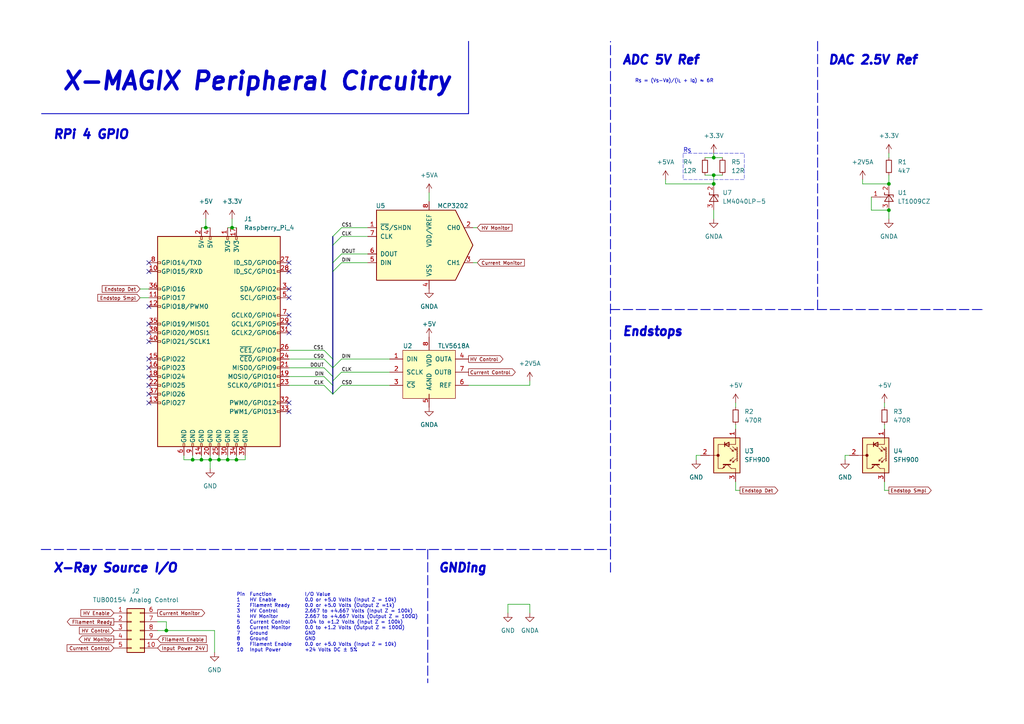
<source format=kicad_sch>
(kicad_sch (version 20230121) (generator eeschema)

  (uuid 38b26eea-f38c-484f-9bac-db518f332ae0)

  (paper "A4")

  (title_block
    (title "X-MAGIX Peripheral Circuitry")
    (date "2023-09-06")
    (rev "0")
    (company "Hochschule RheinMain")
    (comment 1 "by Dennis Hunter")
    (comment 2 "!!WIP!!")
  )

  (lib_symbols
    (symbol "Analog_ADC:MCP3202" (pin_names (offset 1.016)) (in_bom yes) (on_board yes)
      (property "Reference" "U" (at -6.35 11.43 0)
        (effects (font (size 1.27 1.27)))
      )
      (property "Value" "MCP3202" (at 11.43 11.43 0)
        (effects (font (size 1.27 1.27)))
      )
      (property "Footprint" "" (at 0 -2.54 0)
        (effects (font (size 1.27 1.27)) hide)
      )
      (property "Datasheet" "http://ww1.microchip.com/downloads/en/DeviceDoc/21034D.pdf" (at 0 5.08 0)
        (effects (font (size 1.27 1.27)) hide)
      )
      (property "ki_keywords" "12bit ADC Reference Single Supply SPI 2ch" (at 0 0 0)
        (effects (font (size 1.27 1.27)) hide)
      )
      (property "ki_description" "A/D Converter, 12-Bit, 2-Channel, SPI Interface, 2.7V-5.5V" (at 0 0 0)
        (effects (font (size 1.27 1.27)) hide)
      )
      (property "ki_fp_filters" "DIP*W7.62mm** SOIC*3.9x4.9mm*P1.27mm* TSSOP*3x3mm*P0.65mm* MSOP*3x3mm*P0.65mm*" (at 0 0 0)
        (effects (font (size 1.27 1.27)) hide)
      )
      (symbol "MCP3202_0_1"
        (polyline
          (pts
            (xy 15.24 10.16)
            (xy -7.62 10.16)
            (xy -12.7 0)
            (xy -7.62 -10.16)
            (xy 15.24 -10.16)
            (xy 15.24 10.16)
          )
          (stroke (width 0.254) (type default))
          (fill (type background))
        )
      )
      (symbol "MCP3202_1_1"
        (pin input line (at 17.78 5.08 180) (length 2.54)
          (name "~{CS}/SHDN" (effects (font (size 1.27 1.27))))
          (number "1" (effects (font (size 1.27 1.27))))
        )
        (pin passive line (at -12.7 5.08 0) (length 2.54)
          (name "CH0" (effects (font (size 1.27 1.27))))
          (number "2" (effects (font (size 1.27 1.27))))
        )
        (pin passive line (at -12.7 -5.08 0) (length 2.54)
          (name "CH1" (effects (font (size 1.27 1.27))))
          (number "3" (effects (font (size 1.27 1.27))))
        )
        (pin power_in line (at 0 -12.7 90) (length 2.54)
          (name "VSS" (effects (font (size 1.27 1.27))))
          (number "4" (effects (font (size 1.27 1.27))))
        )
        (pin input line (at 17.78 -5.08 180) (length 2.54)
          (name "DIN" (effects (font (size 1.27 1.27))))
          (number "5" (effects (font (size 1.27 1.27))))
        )
        (pin output line (at 17.78 -2.54 180) (length 2.54)
          (name "DOUT" (effects (font (size 1.27 1.27))))
          (number "6" (effects (font (size 1.27 1.27))))
        )
        (pin input line (at 17.78 2.54 180) (length 2.54)
          (name "CLK" (effects (font (size 1.27 1.27))))
          (number "7" (effects (font (size 1.27 1.27))))
        )
        (pin power_in line (at 0 12.7 270) (length 2.54)
          (name "VDD/VREF" (effects (font (size 1.27 1.27))))
          (number "8" (effects (font (size 1.27 1.27))))
        )
      )
    )
    (symbol "Connector:Raspberry_Pi_2_3" (pin_names (offset 1.016)) (in_bom yes) (on_board yes)
      (property "Reference" "J" (at -17.78 31.75 0)
        (effects (font (size 1.27 1.27)) (justify left bottom))
      )
      (property "Value" "Raspberry_Pi_2_3" (at 10.16 -31.75 0)
        (effects (font (size 1.27 1.27)) (justify left top))
      )
      (property "Footprint" "" (at 0 0 0)
        (effects (font (size 1.27 1.27)) hide)
      )
      (property "Datasheet" "https://www.raspberrypi.org/documentation/hardware/raspberrypi/schematics/rpi_SCH_3bplus_1p0_reduced.pdf" (at 0 0 0)
        (effects (font (size 1.27 1.27)) hide)
      )
      (property "ki_keywords" "raspberrypi gpio" (at 0 0 0)
        (effects (font (size 1.27 1.27)) hide)
      )
      (property "ki_description" "expansion header for Raspberry Pi 2 & 3" (at 0 0 0)
        (effects (font (size 1.27 1.27)) hide)
      )
      (property "ki_fp_filters" "PinHeader*2x20*P2.54mm*Vertical* PinSocket*2x20*P2.54mm*Vertical*" (at 0 0 0)
        (effects (font (size 1.27 1.27)) hide)
      )
      (symbol "Raspberry_Pi_2_3_0_1"
        (rectangle (start -17.78 30.48) (end 17.78 -30.48)
          (stroke (width 0.254) (type default))
          (fill (type background))
        )
      )
      (symbol "Raspberry_Pi_2_3_1_1"
        (rectangle (start -16.891 -17.526) (end -17.78 -18.034)
          (stroke (width 0) (type default))
          (fill (type none))
        )
        (rectangle (start -16.891 -14.986) (end -17.78 -15.494)
          (stroke (width 0) (type default))
          (fill (type none))
        )
        (rectangle (start -16.891 -12.446) (end -17.78 -12.954)
          (stroke (width 0) (type default))
          (fill (type none))
        )
        (rectangle (start -16.891 -9.906) (end -17.78 -10.414)
          (stroke (width 0) (type default))
          (fill (type none))
        )
        (rectangle (start -16.891 -7.366) (end -17.78 -7.874)
          (stroke (width 0) (type default))
          (fill (type none))
        )
        (rectangle (start -16.891 -4.826) (end -17.78 -5.334)
          (stroke (width 0) (type default))
          (fill (type none))
        )
        (rectangle (start -16.891 0.254) (end -17.78 -0.254)
          (stroke (width 0) (type default))
          (fill (type none))
        )
        (rectangle (start -16.891 2.794) (end -17.78 2.286)
          (stroke (width 0) (type default))
          (fill (type none))
        )
        (rectangle (start -16.891 5.334) (end -17.78 4.826)
          (stroke (width 0) (type default))
          (fill (type none))
        )
        (rectangle (start -16.891 10.414) (end -17.78 9.906)
          (stroke (width 0) (type default))
          (fill (type none))
        )
        (rectangle (start -16.891 12.954) (end -17.78 12.446)
          (stroke (width 0) (type default))
          (fill (type none))
        )
        (rectangle (start -16.891 15.494) (end -17.78 14.986)
          (stroke (width 0) (type default))
          (fill (type none))
        )
        (rectangle (start -16.891 20.574) (end -17.78 20.066)
          (stroke (width 0) (type default))
          (fill (type none))
        )
        (rectangle (start -16.891 23.114) (end -17.78 22.606)
          (stroke (width 0) (type default))
          (fill (type none))
        )
        (rectangle (start -10.414 -29.591) (end -9.906 -30.48)
          (stroke (width 0) (type default))
          (fill (type none))
        )
        (rectangle (start -7.874 -29.591) (end -7.366 -30.48)
          (stroke (width 0) (type default))
          (fill (type none))
        )
        (rectangle (start -5.334 -29.591) (end -4.826 -30.48)
          (stroke (width 0) (type default))
          (fill (type none))
        )
        (rectangle (start -5.334 30.48) (end -4.826 29.591)
          (stroke (width 0) (type default))
          (fill (type none))
        )
        (rectangle (start -2.794 -29.591) (end -2.286 -30.48)
          (stroke (width 0) (type default))
          (fill (type none))
        )
        (rectangle (start -2.794 30.48) (end -2.286 29.591)
          (stroke (width 0) (type default))
          (fill (type none))
        )
        (rectangle (start -0.254 -29.591) (end 0.254 -30.48)
          (stroke (width 0) (type default))
          (fill (type none))
        )
        (rectangle (start 2.286 -29.591) (end 2.794 -30.48)
          (stroke (width 0) (type default))
          (fill (type none))
        )
        (rectangle (start 2.286 30.48) (end 2.794 29.591)
          (stroke (width 0) (type default))
          (fill (type none))
        )
        (rectangle (start 4.826 -29.591) (end 5.334 -30.48)
          (stroke (width 0) (type default))
          (fill (type none))
        )
        (rectangle (start 4.826 30.48) (end 5.334 29.591)
          (stroke (width 0) (type default))
          (fill (type none))
        )
        (rectangle (start 7.366 -29.591) (end 7.874 -30.48)
          (stroke (width 0) (type default))
          (fill (type none))
        )
        (rectangle (start 17.78 -20.066) (end 16.891 -20.574)
          (stroke (width 0) (type default))
          (fill (type none))
        )
        (rectangle (start 17.78 -17.526) (end 16.891 -18.034)
          (stroke (width 0) (type default))
          (fill (type none))
        )
        (rectangle (start 17.78 -12.446) (end 16.891 -12.954)
          (stroke (width 0) (type default))
          (fill (type none))
        )
        (rectangle (start 17.78 -9.906) (end 16.891 -10.414)
          (stroke (width 0) (type default))
          (fill (type none))
        )
        (rectangle (start 17.78 -7.366) (end 16.891 -7.874)
          (stroke (width 0) (type default))
          (fill (type none))
        )
        (rectangle (start 17.78 -4.826) (end 16.891 -5.334)
          (stroke (width 0) (type default))
          (fill (type none))
        )
        (rectangle (start 17.78 -2.286) (end 16.891 -2.794)
          (stroke (width 0) (type default))
          (fill (type none))
        )
        (rectangle (start 17.78 2.794) (end 16.891 2.286)
          (stroke (width 0) (type default))
          (fill (type none))
        )
        (rectangle (start 17.78 5.334) (end 16.891 4.826)
          (stroke (width 0) (type default))
          (fill (type none))
        )
        (rectangle (start 17.78 7.874) (end 16.891 7.366)
          (stroke (width 0) (type default))
          (fill (type none))
        )
        (rectangle (start 17.78 12.954) (end 16.891 12.446)
          (stroke (width 0) (type default))
          (fill (type none))
        )
        (rectangle (start 17.78 15.494) (end 16.891 14.986)
          (stroke (width 0) (type default))
          (fill (type none))
        )
        (rectangle (start 17.78 20.574) (end 16.891 20.066)
          (stroke (width 0) (type default))
          (fill (type none))
        )
        (rectangle (start 17.78 23.114) (end 16.891 22.606)
          (stroke (width 0) (type default))
          (fill (type none))
        )
        (pin power_in line (at 2.54 33.02 270) (length 2.54)
          (name "3V3" (effects (font (size 1.27 1.27))))
          (number "1" (effects (font (size 1.27 1.27))))
        )
        (pin bidirectional line (at -20.32 20.32 0) (length 2.54)
          (name "GPIO15/RXD" (effects (font (size 1.27 1.27))))
          (number "10" (effects (font (size 1.27 1.27))))
        )
        (pin bidirectional line (at -20.32 12.7 0) (length 2.54)
          (name "GPIO17" (effects (font (size 1.27 1.27))))
          (number "11" (effects (font (size 1.27 1.27))))
        )
        (pin bidirectional line (at -20.32 10.16 0) (length 2.54)
          (name "GPIO18/PWM0" (effects (font (size 1.27 1.27))))
          (number "12" (effects (font (size 1.27 1.27))))
        )
        (pin bidirectional line (at -20.32 -17.78 0) (length 2.54)
          (name "GPIO27" (effects (font (size 1.27 1.27))))
          (number "13" (effects (font (size 1.27 1.27))))
        )
        (pin power_in line (at -5.08 -33.02 90) (length 2.54)
          (name "GND" (effects (font (size 1.27 1.27))))
          (number "14" (effects (font (size 1.27 1.27))))
        )
        (pin bidirectional line (at -20.32 -5.08 0) (length 2.54)
          (name "GPIO22" (effects (font (size 1.27 1.27))))
          (number "15" (effects (font (size 1.27 1.27))))
        )
        (pin bidirectional line (at -20.32 -7.62 0) (length 2.54)
          (name "GPIO23" (effects (font (size 1.27 1.27))))
          (number "16" (effects (font (size 1.27 1.27))))
        )
        (pin power_in line (at 5.08 33.02 270) (length 2.54)
          (name "3V3" (effects (font (size 1.27 1.27))))
          (number "17" (effects (font (size 1.27 1.27))))
        )
        (pin bidirectional line (at -20.32 -10.16 0) (length 2.54)
          (name "GPIO24" (effects (font (size 1.27 1.27))))
          (number "18" (effects (font (size 1.27 1.27))))
        )
        (pin bidirectional line (at 20.32 -10.16 180) (length 2.54)
          (name "MOSI0/GPIO10" (effects (font (size 1.27 1.27))))
          (number "19" (effects (font (size 1.27 1.27))))
        )
        (pin power_in line (at -5.08 33.02 270) (length 2.54)
          (name "5V" (effects (font (size 1.27 1.27))))
          (number "2" (effects (font (size 1.27 1.27))))
        )
        (pin power_in line (at -2.54 -33.02 90) (length 2.54)
          (name "GND" (effects (font (size 1.27 1.27))))
          (number "20" (effects (font (size 1.27 1.27))))
        )
        (pin bidirectional line (at 20.32 -7.62 180) (length 2.54)
          (name "MISO0/GPIO9" (effects (font (size 1.27 1.27))))
          (number "21" (effects (font (size 1.27 1.27))))
        )
        (pin bidirectional line (at -20.32 -12.7 0) (length 2.54)
          (name "GPIO25" (effects (font (size 1.27 1.27))))
          (number "22" (effects (font (size 1.27 1.27))))
        )
        (pin bidirectional line (at 20.32 -12.7 180) (length 2.54)
          (name "SCLK0/GPIO11" (effects (font (size 1.27 1.27))))
          (number "23" (effects (font (size 1.27 1.27))))
        )
        (pin bidirectional line (at 20.32 -5.08 180) (length 2.54)
          (name "~{CE0}/GPIO8" (effects (font (size 1.27 1.27))))
          (number "24" (effects (font (size 1.27 1.27))))
        )
        (pin power_in line (at 0 -33.02 90) (length 2.54)
          (name "GND" (effects (font (size 1.27 1.27))))
          (number "25" (effects (font (size 1.27 1.27))))
        )
        (pin bidirectional line (at 20.32 -2.54 180) (length 2.54)
          (name "~{CE1}/GPIO7" (effects (font (size 1.27 1.27))))
          (number "26" (effects (font (size 1.27 1.27))))
        )
        (pin bidirectional line (at 20.32 22.86 180) (length 2.54)
          (name "ID_SD/GPIO0" (effects (font (size 1.27 1.27))))
          (number "27" (effects (font (size 1.27 1.27))))
        )
        (pin bidirectional line (at 20.32 20.32 180) (length 2.54)
          (name "ID_SC/GPIO1" (effects (font (size 1.27 1.27))))
          (number "28" (effects (font (size 1.27 1.27))))
        )
        (pin bidirectional line (at 20.32 5.08 180) (length 2.54)
          (name "GCLK1/GPIO5" (effects (font (size 1.27 1.27))))
          (number "29" (effects (font (size 1.27 1.27))))
        )
        (pin bidirectional line (at 20.32 15.24 180) (length 2.54)
          (name "SDA/GPIO2" (effects (font (size 1.27 1.27))))
          (number "3" (effects (font (size 1.27 1.27))))
        )
        (pin power_in line (at 2.54 -33.02 90) (length 2.54)
          (name "GND" (effects (font (size 1.27 1.27))))
          (number "30" (effects (font (size 1.27 1.27))))
        )
        (pin bidirectional line (at 20.32 2.54 180) (length 2.54)
          (name "GCLK2/GPIO6" (effects (font (size 1.27 1.27))))
          (number "31" (effects (font (size 1.27 1.27))))
        )
        (pin bidirectional line (at 20.32 -17.78 180) (length 2.54)
          (name "PWM0/GPIO12" (effects (font (size 1.27 1.27))))
          (number "32" (effects (font (size 1.27 1.27))))
        )
        (pin bidirectional line (at 20.32 -20.32 180) (length 2.54)
          (name "PWM1/GPIO13" (effects (font (size 1.27 1.27))))
          (number "33" (effects (font (size 1.27 1.27))))
        )
        (pin power_in line (at 5.08 -33.02 90) (length 2.54)
          (name "GND" (effects (font (size 1.27 1.27))))
          (number "34" (effects (font (size 1.27 1.27))))
        )
        (pin bidirectional line (at -20.32 5.08 0) (length 2.54)
          (name "GPIO19/MISO1" (effects (font (size 1.27 1.27))))
          (number "35" (effects (font (size 1.27 1.27))))
        )
        (pin bidirectional line (at -20.32 15.24 0) (length 2.54)
          (name "GPIO16" (effects (font (size 1.27 1.27))))
          (number "36" (effects (font (size 1.27 1.27))))
        )
        (pin bidirectional line (at -20.32 -15.24 0) (length 2.54)
          (name "GPIO26" (effects (font (size 1.27 1.27))))
          (number "37" (effects (font (size 1.27 1.27))))
        )
        (pin bidirectional line (at -20.32 2.54 0) (length 2.54)
          (name "GPIO20/MOSI1" (effects (font (size 1.27 1.27))))
          (number "38" (effects (font (size 1.27 1.27))))
        )
        (pin power_in line (at 7.62 -33.02 90) (length 2.54)
          (name "GND" (effects (font (size 1.27 1.27))))
          (number "39" (effects (font (size 1.27 1.27))))
        )
        (pin power_in line (at -2.54 33.02 270) (length 2.54)
          (name "5V" (effects (font (size 1.27 1.27))))
          (number "4" (effects (font (size 1.27 1.27))))
        )
        (pin bidirectional line (at -20.32 0 0) (length 2.54)
          (name "GPIO21/SCLK1" (effects (font (size 1.27 1.27))))
          (number "40" (effects (font (size 1.27 1.27))))
        )
        (pin bidirectional line (at 20.32 12.7 180) (length 2.54)
          (name "SCL/GPIO3" (effects (font (size 1.27 1.27))))
          (number "5" (effects (font (size 1.27 1.27))))
        )
        (pin power_in line (at -10.16 -33.02 90) (length 2.54)
          (name "GND" (effects (font (size 1.27 1.27))))
          (number "6" (effects (font (size 1.27 1.27))))
        )
        (pin bidirectional line (at 20.32 7.62 180) (length 2.54)
          (name "GCLK0/GPIO4" (effects (font (size 1.27 1.27))))
          (number "7" (effects (font (size 1.27 1.27))))
        )
        (pin bidirectional line (at -20.32 22.86 0) (length 2.54)
          (name "GPIO14/TXD" (effects (font (size 1.27 1.27))))
          (number "8" (effects (font (size 1.27 1.27))))
        )
        (pin power_in line (at -7.62 -33.02 90) (length 2.54)
          (name "GND" (effects (font (size 1.27 1.27))))
          (number "9" (effects (font (size 1.27 1.27))))
        )
      )
    )
    (symbol "Connector_Generic:Conn_02x05_Top_Bottom" (pin_names (offset 1.016) hide) (in_bom yes) (on_board yes)
      (property "Reference" "J" (at 1.27 7.62 0)
        (effects (font (size 1.27 1.27)))
      )
      (property "Value" "Conn_02x05_Top_Bottom" (at 1.27 -7.62 0)
        (effects (font (size 1.27 1.27)))
      )
      (property "Footprint" "" (at 0 0 0)
        (effects (font (size 1.27 1.27)) hide)
      )
      (property "Datasheet" "~" (at 0 0 0)
        (effects (font (size 1.27 1.27)) hide)
      )
      (property "ki_keywords" "connector" (at 0 0 0)
        (effects (font (size 1.27 1.27)) hide)
      )
      (property "ki_description" "Generic connector, double row, 02x05, top/bottom pin numbering scheme (row 1: 1...pins_per_row, row2: pins_per_row+1 ... num_pins), script generated (kicad-library-utils/schlib/autogen/connector/)" (at 0 0 0)
        (effects (font (size 1.27 1.27)) hide)
      )
      (property "ki_fp_filters" "Connector*:*_2x??_*" (at 0 0 0)
        (effects (font (size 1.27 1.27)) hide)
      )
      (symbol "Conn_02x05_Top_Bottom_1_1"
        (rectangle (start -1.27 -4.953) (end 0 -5.207)
          (stroke (width 0.1524) (type default))
          (fill (type none))
        )
        (rectangle (start -1.27 -2.413) (end 0 -2.667)
          (stroke (width 0.1524) (type default))
          (fill (type none))
        )
        (rectangle (start -1.27 0.127) (end 0 -0.127)
          (stroke (width 0.1524) (type default))
          (fill (type none))
        )
        (rectangle (start -1.27 2.667) (end 0 2.413)
          (stroke (width 0.1524) (type default))
          (fill (type none))
        )
        (rectangle (start -1.27 5.207) (end 0 4.953)
          (stroke (width 0.1524) (type default))
          (fill (type none))
        )
        (rectangle (start -1.27 6.35) (end 3.81 -6.35)
          (stroke (width 0.254) (type default))
          (fill (type background))
        )
        (rectangle (start 3.81 -4.953) (end 2.54 -5.207)
          (stroke (width 0.1524) (type default))
          (fill (type none))
        )
        (rectangle (start 3.81 -2.413) (end 2.54 -2.667)
          (stroke (width 0.1524) (type default))
          (fill (type none))
        )
        (rectangle (start 3.81 0.127) (end 2.54 -0.127)
          (stroke (width 0.1524) (type default))
          (fill (type none))
        )
        (rectangle (start 3.81 2.667) (end 2.54 2.413)
          (stroke (width 0.1524) (type default))
          (fill (type none))
        )
        (rectangle (start 3.81 5.207) (end 2.54 4.953)
          (stroke (width 0.1524) (type default))
          (fill (type none))
        )
        (pin passive line (at -5.08 5.08 0) (length 3.81)
          (name "Pin_1" (effects (font (size 1.27 1.27))))
          (number "1" (effects (font (size 1.27 1.27))))
        )
        (pin passive line (at 7.62 -5.08 180) (length 3.81)
          (name "Pin_10" (effects (font (size 1.27 1.27))))
          (number "10" (effects (font (size 1.27 1.27))))
        )
        (pin passive line (at -5.08 2.54 0) (length 3.81)
          (name "Pin_2" (effects (font (size 1.27 1.27))))
          (number "2" (effects (font (size 1.27 1.27))))
        )
        (pin passive line (at -5.08 0 0) (length 3.81)
          (name "Pin_3" (effects (font (size 1.27 1.27))))
          (number "3" (effects (font (size 1.27 1.27))))
        )
        (pin passive line (at -5.08 -2.54 0) (length 3.81)
          (name "Pin_4" (effects (font (size 1.27 1.27))))
          (number "4" (effects (font (size 1.27 1.27))))
        )
        (pin passive line (at -5.08 -5.08 0) (length 3.81)
          (name "Pin_5" (effects (font (size 1.27 1.27))))
          (number "5" (effects (font (size 1.27 1.27))))
        )
        (pin passive line (at 7.62 5.08 180) (length 3.81)
          (name "Pin_6" (effects (font (size 1.27 1.27))))
          (number "6" (effects (font (size 1.27 1.27))))
        )
        (pin passive line (at 7.62 2.54 180) (length 3.81)
          (name "Pin_7" (effects (font (size 1.27 1.27))))
          (number "7" (effects (font (size 1.27 1.27))))
        )
        (pin passive line (at 7.62 0 180) (length 3.81)
          (name "Pin_8" (effects (font (size 1.27 1.27))))
          (number "8" (effects (font (size 1.27 1.27))))
        )
        (pin passive line (at 7.62 -2.54 180) (length 3.81)
          (name "Pin_9" (effects (font (size 1.27 1.27))))
          (number "9" (effects (font (size 1.27 1.27))))
        )
      )
    )
    (symbol "Device:R_Small" (pin_numbers hide) (pin_names (offset 0.254) hide) (in_bom yes) (on_board yes)
      (property "Reference" "R" (at 0.762 0.508 0)
        (effects (font (size 1.27 1.27)) (justify left))
      )
      (property "Value" "R_Small" (at 0.762 -1.016 0)
        (effects (font (size 1.27 1.27)) (justify left))
      )
      (property "Footprint" "" (at 0 0 0)
        (effects (font (size 1.27 1.27)) hide)
      )
      (property "Datasheet" "~" (at 0 0 0)
        (effects (font (size 1.27 1.27)) hide)
      )
      (property "ki_keywords" "R resistor" (at 0 0 0)
        (effects (font (size 1.27 1.27)) hide)
      )
      (property "ki_description" "Resistor, small symbol" (at 0 0 0)
        (effects (font (size 1.27 1.27)) hide)
      )
      (property "ki_fp_filters" "R_*" (at 0 0 0)
        (effects (font (size 1.27 1.27)) hide)
      )
      (symbol "R_Small_0_1"
        (rectangle (start -0.762 1.778) (end 0.762 -1.778)
          (stroke (width 0.2032) (type default))
          (fill (type none))
        )
      )
      (symbol "R_Small_1_1"
        (pin passive line (at 0 2.54 270) (length 0.762)
          (name "~" (effects (font (size 1.27 1.27))))
          (number "1" (effects (font (size 1.27 1.27))))
        )
        (pin passive line (at 0 -2.54 90) (length 0.762)
          (name "~" (effects (font (size 1.27 1.27))))
          (number "2" (effects (font (size 1.27 1.27))))
        )
      )
    )
    (symbol "NonStandard_Parts:+2V5A" (power) (pin_names (offset 0)) (in_bom yes) (on_board yes)
      (property "Reference" "#PWR" (at 0 -3.81 0)
        (effects (font (size 1.27 1.27)) hide)
      )
      (property "Value" "+2V5A" (at 0 3.556 0)
        (effects (font (size 1.27 1.27)))
      )
      (property "Footprint" "" (at 0 0 0)
        (effects (font (size 1.27 1.27)) hide)
      )
      (property "Datasheet" "" (at 0 0 0)
        (effects (font (size 1.27 1.27)) hide)
      )
      (property "ki_keywords" "global power" (at 0 0 0)
        (effects (font (size 1.27 1.27)) hide)
      )
      (property "ki_description" "Power symbol creates a global label with name \"+2V5A\"" (at 0 0 0)
        (effects (font (size 1.27 1.27)) hide)
      )
      (symbol "+2V5A_0_1"
        (polyline
          (pts
            (xy -0.762 1.27)
            (xy 0 2.54)
          )
          (stroke (width 0) (type default))
          (fill (type none))
        )
        (polyline
          (pts
            (xy 0 0)
            (xy 0 2.54)
          )
          (stroke (width 0) (type default))
          (fill (type none))
        )
        (polyline
          (pts
            (xy 0 2.54)
            (xy 0.762 1.27)
          )
          (stroke (width 0) (type default))
          (fill (type none))
        )
      )
      (symbol "+2V5A_1_1"
        (pin power_in line (at 0 0 90) (length 0) hide
          (name "+2V5A" (effects (font (size 1.27 1.27))))
          (number "1" (effects (font (size 1.27 1.27))))
        )
      )
    )
    (symbol "NonStandard_Parts:+5VA" (power) (pin_names (offset 0)) (in_bom yes) (on_board yes)
      (property "Reference" "#PWR" (at 0 -3.81 0)
        (effects (font (size 1.27 1.27)) hide)
      )
      (property "Value" "+5VA" (at 0 3.556 0)
        (effects (font (size 1.27 1.27)))
      )
      (property "Footprint" "" (at 0 0 0)
        (effects (font (size 1.27 1.27)) hide)
      )
      (property "Datasheet" "" (at 0 0 0)
        (effects (font (size 1.27 1.27)) hide)
      )
      (property "ki_keywords" "global power" (at 0 0 0)
        (effects (font (size 1.27 1.27)) hide)
      )
      (property "ki_description" "Power symbol creates a global label with name \"+5VA\"" (at 0 0 0)
        (effects (font (size 1.27 1.27)) hide)
      )
      (symbol "+5VA_0_1"
        (polyline
          (pts
            (xy -0.762 1.27)
            (xy 0 2.54)
          )
          (stroke (width 0) (type default))
          (fill (type none))
        )
        (polyline
          (pts
            (xy 0 0)
            (xy 0 2.54)
          )
          (stroke (width 0) (type default))
          (fill (type none))
        )
        (polyline
          (pts
            (xy 0 2.54)
            (xy 0.762 1.27)
          )
          (stroke (width 0) (type default))
          (fill (type none))
        )
      )
      (symbol "+5VA_1_1"
        (pin power_in line (at 0 0 90) (length 0) hide
          (name "+5VA" (effects (font (size 1.27 1.27))))
          (number "1" (effects (font (size 1.27 1.27))))
        )
      )
    )
    (symbol "NonStandard_Parts:LT1009CZ" (pin_names hide) (in_bom yes) (on_board yes)
      (property "Reference" "U" (at 1.27 3.81 0)
        (effects (font (size 1.27 1.27)))
      )
      (property "Value" "LT1009CZ" (at 0 -2.54 0)
        (effects (font (size 1.27 1.27)))
      )
      (property "Footprint" "Package_TO_SOT_THT:TO-92_Inline" (at 0 -5.08 0)
        (effects (font (size 1.27 1.27)) hide)
      )
      (property "Datasheet" "https://www.analog.com/media/en/technical-documentation/data-sheets/LT1009.pdf" (at 1.27 11.43 0)
        (effects (font (size 1.27 1.27)) hide)
      )
      (property "ki_keywords" "voltage reference Micropower" (at 0 0 0)
        (effects (font (size 1.27 1.27)) hide)
      )
      (property "ki_description" "2.5V Micropower Precision Shunt Voltage Reference, TO-92" (at 0 0 0)
        (effects (font (size 1.27 1.27)) hide)
      )
      (property "ki_fp_filters" "TO?92*" (at 0 0 0)
        (effects (font (size 1.27 1.27)) hide)
      )
      (symbol "LT1009CZ_1_1"
        (polyline
          (pts
            (xy 0 2.54)
            (xy 0 0.381)
          )
          (stroke (width 0) (type default))
          (fill (type none))
        )
        (polyline
          (pts
            (xy -1.27 0)
            (xy 0 0)
            (xy 1.27 0)
          )
          (stroke (width 0) (type default))
          (fill (type none))
        )
        (polyline
          (pts
            (xy -1.27 -1.27)
            (xy 0.635 0)
            (xy -1.27 1.27)
            (xy -1.27 -1.27)
          )
          (stroke (width 0.2032) (type default))
          (fill (type none))
        )
        (polyline
          (pts
            (xy 0 -1.27)
            (xy 0.635 -1.27)
            (xy 0.635 1.27)
            (xy 1.27 1.27)
          )
          (stroke (width 0.2032) (type default))
          (fill (type none))
        )
        (pin input line (at 0 5.08 270) (length 2.54)
          (name "Adj" (effects (font (size 1.27 1.27))))
          (number "1" (effects (font (size 1.27 1.27))))
        )
        (pin passive line (at 3.81 0 180) (length 2.54)
          (name "K" (effects (font (size 1.27 1.27))))
          (number "2" (effects (font (size 1.27 1.27))))
        )
        (pin passive line (at -3.81 0 0) (length 2.54)
          (name "A" (effects (font (size 1.27 1.27))))
          (number "3" (effects (font (size 1.27 1.27))))
        )
      )
    )
    (symbol "NonStandard_Parts:TLV5618A" (pin_names (offset 1.016)) (in_bom yes) (on_board yes)
      (property "Reference" "U" (at -7.62 12.7 0)
        (effects (font (size 1.27 1.27)) (justify left))
      )
      (property "Value" "TLV5618A" (at 1.27 12.7 0)
        (effects (font (size 1.27 1.27)) (justify left))
      )
      (property "Footprint" "Package_SO:SOIC-8_3.9x4.9mm_P1.27mm" (at -1.27 0 0)
        (effects (font (size 1.27 1.27)) hide)
      )
      (property "Datasheet" "https://www.ti.com/lit/ds/symlink/tlv5618a.pdf" (at 2.54 26.67 0)
        (effects (font (size 1.27 1.27)) hide)
      )
      (property "ki_keywords" "DAC 2CH 12bit" (at 0 0 0)
        (effects (font (size 1.27 1.27)) hide)
      )
      (property "ki_description" "2-Channel DAC, 12bit, w/ Power Down, SOIC-8" (at 0 0 0)
        (effects (font (size 1.27 1.27)) hide)
      )
      (symbol "TLV5618A_1_1"
        (rectangle (start -7.62 11.43) (end 7.62 -2.54)
          (stroke (width 0) (type default))
          (fill (type background))
        )
        (pin input line (at -11.43 8.89 0) (length 3.81)
          (name "DIN" (effects (font (size 1.27 1.27))))
          (number "1" (effects (font (size 1.27 1.27))))
        )
        (pin input line (at -11.43 5.08 0) (length 3.81)
          (name "SCLK" (effects (font (size 1.27 1.27))))
          (number "2" (effects (font (size 1.27 1.27))))
        )
        (pin input line (at -11.43 1.27 0) (length 3.81)
          (name "~{CS}" (effects (font (size 1.27 1.27))))
          (number "3" (effects (font (size 1.27 1.27))))
        )
        (pin output line (at 11.43 8.89 180) (length 3.81)
          (name "OUTA" (effects (font (size 1.27 1.27))))
          (number "4" (effects (font (size 1.27 1.27))))
        )
        (pin power_in line (at 0 -5.08 90) (length 3.81)
          (name "AGND" (effects (font (size 1.27 1.27))))
          (number "5" (effects (font (size 1.27 1.27))))
        )
        (pin input line (at 11.43 1.27 180) (length 3.81)
          (name "REF" (effects (font (size 1.27 1.27))))
          (number "6" (effects (font (size 1.27 1.27))))
        )
        (pin output line (at 11.43 5.08 180) (length 3.81)
          (name "OUTB" (effects (font (size 1.27 1.27))))
          (number "7" (effects (font (size 1.27 1.27))))
        )
        (pin power_in line (at 0 15.24 270) (length 3.81)
          (name "VDD" (effects (font (size 1.27 1.27))))
          (number "8" (effects (font (size 1.27 1.27))))
        )
      )
    )
    (symbol "Reference_Voltage:LM4040LP-5" (pin_names (offset 0.0254) hide) (in_bom yes) (on_board yes)
      (property "Reference" "U" (at 0 2.54 0)
        (effects (font (size 1.27 1.27)))
      )
      (property "Value" "LM4040LP-5" (at 0 -3.175 0)
        (effects (font (size 1.27 1.27)))
      )
      (property "Footprint" "Package_TO_SOT_THT:TO-92_Inline" (at 0 -5.08 0)
        (effects (font (size 1.27 1.27) italic) hide)
      )
      (property "Datasheet" "http://www.ti.com/lit/ds/symlink/lm4040-n.pdf" (at 0 0 0)
        (effects (font (size 1.27 1.27) italic) hide)
      )
      (property "ki_keywords" "diode device voltage reference shunt" (at 0 0 0)
        (effects (font (size 1.27 1.27)) hide)
      )
      (property "ki_description" "5.000V Precision Micropower Shunt Voltage Reference, TO-92" (at 0 0 0)
        (effects (font (size 1.27 1.27)) hide)
      )
      (property "ki_fp_filters" "TO?92*Inline*" (at 0 0 0)
        (effects (font (size 1.27 1.27)) hide)
      )
      (symbol "LM4040LP-5_0_1"
        (polyline
          (pts
            (xy -1.27 0)
            (xy 0 0)
            (xy 1.27 0)
          )
          (stroke (width 0) (type default))
          (fill (type none))
        )
        (polyline
          (pts
            (xy -1.27 -1.27)
            (xy 0.635 0)
            (xy -1.27 1.27)
            (xy -1.27 -1.27)
          )
          (stroke (width 0.2032) (type default))
          (fill (type none))
        )
        (polyline
          (pts
            (xy 0 -1.27)
            (xy 0.635 -1.27)
            (xy 0.635 1.27)
            (xy 1.27 1.27)
          )
          (stroke (width 0.2032) (type default))
          (fill (type none))
        )
      )
      (symbol "LM4040LP-5_1_1"
        (pin passive line (at 3.81 0 180) (length 2.54)
          (name "K" (effects (font (size 1.27 1.27))))
          (number "2" (effects (font (size 1.27 1.27))))
        )
        (pin passive line (at -3.81 0 0) (length 2.54)
          (name "A" (effects (font (size 1.27 1.27))))
          (number "3" (effects (font (size 1.27 1.27))))
        )
      )
    )
    (symbol "Sensor_Proximity:SFH900" (pin_names (offset 1.016) hide) (in_bom yes) (on_board yes)
      (property "Reference" "U" (at -5.08 5.08 0)
        (effects (font (size 1.27 1.27)))
      )
      (property "Value" "SFH900" (at 6.35 5.08 0)
        (effects (font (size 1.27 1.27)) (justify right))
      )
      (property "Footprint" "OptoDevice:Siemens_SFH900" (at 1.27 -5.08 0)
        (effects (font (size 1.27 1.27)) (justify left) hide)
      )
      (property "Datasheet" "https://www.batronix.com/pdf/sfh900.pdf" (at 0 2.54 0)
        (effects (font (size 1.27 1.27)) hide)
      )
      (property "ki_keywords" "Reflective Optical Sensor Opto" (at 0 0 0)
        (effects (font (size 1.27 1.27)) hide)
      )
      (property "ki_description" "Miniature Light Reflection Switches" (at 0 0 0)
        (effects (font (size 1.27 1.27)) hide)
      )
      (property "ki_fp_filters" "Siemens*SFH900*" (at 0 0 0)
        (effects (font (size 1.27 1.27)) hide)
      )
      (symbol "SFH900_0_1"
        (circle (center 0 -2.54) (radius 0.3556)
          (stroke (width 0) (type default))
          (fill (type outline))
        )
        (polyline
          (pts
            (xy -3.81 -0.635)
            (xy -2.54 -0.635)
          )
          (stroke (width 0.254) (type default))
          (fill (type none))
        )
        (polyline
          (pts
            (xy -2.286 2.921)
            (xy -2.032 3.175)
          )
          (stroke (width 0) (type default))
          (fill (type none))
        )
        (polyline
          (pts
            (xy -1.778 2.921)
            (xy -1.524 3.175)
          )
          (stroke (width 0) (type default))
          (fill (type none))
        )
        (polyline
          (pts
            (xy -1.524 2.667)
            (xy -1.651 2.159)
          )
          (stroke (width 0) (type default))
          (fill (type none))
        )
        (polyline
          (pts
            (xy -1.27 2.921)
            (xy -1.016 3.175)
          )
          (stroke (width 0) (type default))
          (fill (type none))
        )
        (polyline
          (pts
            (xy -1.143 1.905)
            (xy -1.27 1.397)
          )
          (stroke (width 0) (type default))
          (fill (type none))
        )
        (polyline
          (pts
            (xy -0.762 2.921)
            (xy -0.508 3.175)
          )
          (stroke (width 0) (type default))
          (fill (type none))
        )
        (polyline
          (pts
            (xy -0.254 2.921)
            (xy 0 3.175)
          )
          (stroke (width 0) (type default))
          (fill (type none))
        )
        (polyline
          (pts
            (xy 0 -2.54)
            (xy 0 -5.08)
          )
          (stroke (width 0) (type default))
          (fill (type none))
        )
        (polyline
          (pts
            (xy 0.254 2.921)
            (xy 0.508 3.175)
          )
          (stroke (width 0) (type default))
          (fill (type none))
        )
        (polyline
          (pts
            (xy 0.762 2.921)
            (xy 1.016 3.175)
          )
          (stroke (width 0) (type default))
          (fill (type none))
        )
        (polyline
          (pts
            (xy 1.27 2.921)
            (xy 1.524 3.175)
          )
          (stroke (width 0) (type default))
          (fill (type none))
        )
        (polyline
          (pts
            (xy 1.651 0.889)
            (xy 1.143 1.016)
          )
          (stroke (width 0) (type default))
          (fill (type none))
        )
        (polyline
          (pts
            (xy 1.778 2.921)
            (xy -2.413 2.921)
          )
          (stroke (width 0) (type default))
          (fill (type none))
        )
        (polyline
          (pts
            (xy 2.032 1.651)
            (xy 1.524 1.778)
          )
          (stroke (width 0) (type default))
          (fill (type none))
        )
        (polyline
          (pts
            (xy 2.667 -0.127)
            (xy 3.81 -1.27)
          )
          (stroke (width 0) (type default))
          (fill (type none))
        )
        (polyline
          (pts
            (xy 2.667 0.127)
            (xy 3.81 1.27)
          )
          (stroke (width 0) (type default))
          (fill (type none))
        )
        (polyline
          (pts
            (xy -2.54 1.651)
            (xy -1.524 2.667)
            (xy -2.032 2.54)
          )
          (stroke (width 0) (type default))
          (fill (type none))
        )
        (polyline
          (pts
            (xy -2.159 0.889)
            (xy -1.143 1.905)
            (xy -1.651 1.778)
          )
          (stroke (width 0) (type default))
          (fill (type none))
        )
        (polyline
          (pts
            (xy 0.635 1.905)
            (xy 1.651 0.889)
            (xy 1.524 1.397)
          )
          (stroke (width 0) (type default))
          (fill (type none))
        )
        (polyline
          (pts
            (xy 1.016 2.667)
            (xy 2.032 1.651)
            (xy 1.905 2.159)
          )
          (stroke (width 0) (type default))
          (fill (type none))
        )
        (polyline
          (pts
            (xy 2.667 1.016)
            (xy 2.667 -1.016)
            (xy 2.667 -1.016)
          )
          (stroke (width 0.3556) (type default))
          (fill (type none))
        )
        (polyline
          (pts
            (xy 3.81 1.27)
            (xy 3.81 2.54)
            (xy 5.08 2.54)
          )
          (stroke (width 0) (type default))
          (fill (type none))
        )
        (polyline
          (pts
            (xy -3.175 -0.635)
            (xy -3.81 0.635)
            (xy -2.54 0.635)
            (xy -3.175 -0.635)
          )
          (stroke (width 0.254) (type default))
          (fill (type none))
        )
        (polyline
          (pts
            (xy 3.683 -1.143)
            (xy 3.429 -0.635)
            (xy 3.175 -0.889)
            (xy 3.683 -1.143)
          )
          (stroke (width 0) (type default))
          (fill (type none))
        )
        (polyline
          (pts
            (xy -5.08 -3.81)
            (xy 5.08 -3.81)
            (xy 5.08 3.81)
            (xy -5.08 3.81)
            (xy -5.08 -3.81)
          )
          (stroke (width 0.254) (type default))
          (fill (type background))
        )
        (polyline
          (pts
            (xy -5.08 2.54)
            (xy -3.175 2.54)
            (xy -3.175 -2.54)
            (xy 3.81 -2.54)
            (xy 3.81 -1.27)
          )
          (stroke (width 0) (type default))
          (fill (type none))
        )
      )
      (symbol "SFH900_1_1"
        (pin passive line (at -7.62 2.54 0) (length 2.54)
          (name "A" (effects (font (size 1.27 1.27))))
          (number "1" (effects (font (size 1.27 1.27))))
        )
        (pin passive line (at 0 -7.62 90) (length 2.54)
          (name "K" (effects (font (size 1.27 1.27))))
          (number "2" (effects (font (size 1.27 1.27))))
        )
        (pin open_collector line (at 7.62 2.54 180) (length 2.54)
          (name "C" (effects (font (size 1.27 1.27))))
          (number "3" (effects (font (size 1.27 1.27))))
        )
      )
    )
    (symbol "power:+3.3V" (power) (pin_names (offset 0)) (in_bom yes) (on_board yes)
      (property "Reference" "#PWR" (at 0 -3.81 0)
        (effects (font (size 1.27 1.27)) hide)
      )
      (property "Value" "+3.3V" (at 0 3.556 0)
        (effects (font (size 1.27 1.27)))
      )
      (property "Footprint" "" (at 0 0 0)
        (effects (font (size 1.27 1.27)) hide)
      )
      (property "Datasheet" "" (at 0 0 0)
        (effects (font (size 1.27 1.27)) hide)
      )
      (property "ki_keywords" "global power" (at 0 0 0)
        (effects (font (size 1.27 1.27)) hide)
      )
      (property "ki_description" "Power symbol creates a global label with name \"+3.3V\"" (at 0 0 0)
        (effects (font (size 1.27 1.27)) hide)
      )
      (symbol "+3.3V_0_1"
        (polyline
          (pts
            (xy -0.762 1.27)
            (xy 0 2.54)
          )
          (stroke (width 0) (type default))
          (fill (type none))
        )
        (polyline
          (pts
            (xy 0 0)
            (xy 0 2.54)
          )
          (stroke (width 0) (type default))
          (fill (type none))
        )
        (polyline
          (pts
            (xy 0 2.54)
            (xy 0.762 1.27)
          )
          (stroke (width 0) (type default))
          (fill (type none))
        )
      )
      (symbol "+3.3V_1_1"
        (pin power_in line (at 0 0 90) (length 0) hide
          (name "+3.3V" (effects (font (size 1.27 1.27))))
          (number "1" (effects (font (size 1.27 1.27))))
        )
      )
    )
    (symbol "power:+5V" (power) (pin_names (offset 0)) (in_bom yes) (on_board yes)
      (property "Reference" "#PWR" (at 0 -3.81 0)
        (effects (font (size 1.27 1.27)) hide)
      )
      (property "Value" "+5V" (at 0 3.556 0)
        (effects (font (size 1.27 1.27)))
      )
      (property "Footprint" "" (at 0 0 0)
        (effects (font (size 1.27 1.27)) hide)
      )
      (property "Datasheet" "" (at 0 0 0)
        (effects (font (size 1.27 1.27)) hide)
      )
      (property "ki_keywords" "global power" (at 0 0 0)
        (effects (font (size 1.27 1.27)) hide)
      )
      (property "ki_description" "Power symbol creates a global label with name \"+5V\"" (at 0 0 0)
        (effects (font (size 1.27 1.27)) hide)
      )
      (symbol "+5V_0_1"
        (polyline
          (pts
            (xy -0.762 1.27)
            (xy 0 2.54)
          )
          (stroke (width 0) (type default))
          (fill (type none))
        )
        (polyline
          (pts
            (xy 0 0)
            (xy 0 2.54)
          )
          (stroke (width 0) (type default))
          (fill (type none))
        )
        (polyline
          (pts
            (xy 0 2.54)
            (xy 0.762 1.27)
          )
          (stroke (width 0) (type default))
          (fill (type none))
        )
      )
      (symbol "+5V_1_1"
        (pin power_in line (at 0 0 90) (length 0) hide
          (name "+5V" (effects (font (size 1.27 1.27))))
          (number "1" (effects (font (size 1.27 1.27))))
        )
      )
    )
    (symbol "power:GND" (power) (pin_names (offset 0)) (in_bom yes) (on_board yes)
      (property "Reference" "#PWR" (at 0 -6.35 0)
        (effects (font (size 1.27 1.27)) hide)
      )
      (property "Value" "GND" (at 0 -3.81 0)
        (effects (font (size 1.27 1.27)))
      )
      (property "Footprint" "" (at 0 0 0)
        (effects (font (size 1.27 1.27)) hide)
      )
      (property "Datasheet" "" (at 0 0 0)
        (effects (font (size 1.27 1.27)) hide)
      )
      (property "ki_keywords" "global power" (at 0 0 0)
        (effects (font (size 1.27 1.27)) hide)
      )
      (property "ki_description" "Power symbol creates a global label with name \"GND\" , ground" (at 0 0 0)
        (effects (font (size 1.27 1.27)) hide)
      )
      (symbol "GND_0_1"
        (polyline
          (pts
            (xy 0 0)
            (xy 0 -1.27)
            (xy 1.27 -1.27)
            (xy 0 -2.54)
            (xy -1.27 -1.27)
            (xy 0 -1.27)
          )
          (stroke (width 0) (type default))
          (fill (type none))
        )
      )
      (symbol "GND_1_1"
        (pin power_in line (at 0 0 270) (length 0) hide
          (name "GND" (effects (font (size 1.27 1.27))))
          (number "1" (effects (font (size 1.27 1.27))))
        )
      )
    )
    (symbol "power:GNDA" (power) (pin_names (offset 0)) (in_bom yes) (on_board yes)
      (property "Reference" "#PWR" (at 0 -6.35 0)
        (effects (font (size 1.27 1.27)) hide)
      )
      (property "Value" "GNDA" (at 0 -3.81 0)
        (effects (font (size 1.27 1.27)))
      )
      (property "Footprint" "" (at 0 0 0)
        (effects (font (size 1.27 1.27)) hide)
      )
      (property "Datasheet" "" (at 0 0 0)
        (effects (font (size 1.27 1.27)) hide)
      )
      (property "ki_keywords" "global power" (at 0 0 0)
        (effects (font (size 1.27 1.27)) hide)
      )
      (property "ki_description" "Power symbol creates a global label with name \"GNDA\" , analog ground" (at 0 0 0)
        (effects (font (size 1.27 1.27)) hide)
      )
      (symbol "GNDA_0_1"
        (polyline
          (pts
            (xy 0 0)
            (xy 0 -1.27)
            (xy 1.27 -1.27)
            (xy 0 -2.54)
            (xy -1.27 -1.27)
            (xy 0 -1.27)
          )
          (stroke (width 0) (type default))
          (fill (type none))
        )
      )
      (symbol "GNDA_1_1"
        (pin power_in line (at 0 0 270) (length 0) hide
          (name "GNDA" (effects (font (size 1.27 1.27))))
          (number "1" (effects (font (size 1.27 1.27))))
        )
      )
    )
  )

  (junction (at 55.88 133.35) (diameter 0) (color 0 0 0 0)
    (uuid 092a2585-f578-4adc-8d17-11c5bc3cd120)
  )
  (junction (at 58.42 133.35) (diameter 0) (color 0 0 0 0)
    (uuid 16adeda2-cf0f-46aa-acad-e95a9cd5cd0f)
  )
  (junction (at 207.01 45.72) (diameter 0) (color 0 0 0 0)
    (uuid 38f5cfd6-7721-4b52-bfb7-2a8f90e5abef)
  )
  (junction (at 207.01 53.34) (diameter 0) (color 0 0 0 0)
    (uuid 3e1b0223-6dd3-425b-bf36-385f68ec6757)
  )
  (junction (at 68.58 133.35) (diameter 0) (color 0 0 0 0)
    (uuid 511522a2-0ceb-4491-90c2-5dc1202203f2)
  )
  (junction (at 67.31 66.04) (diameter 0) (color 0 0 0 0)
    (uuid 6853e7a8-1c25-420e-a27f-389f930f6ae8)
  )
  (junction (at 60.96 133.35) (diameter 0) (color 0 0 0 0)
    (uuid 6f595374-a691-451c-87d5-1c01a849001c)
  )
  (junction (at 207.01 50.8) (diameter 0) (color 0 0 0 0)
    (uuid 7093a4d7-a854-4709-b085-22d8324a1df9)
  )
  (junction (at 257.81 53.34) (diameter 0) (color 0 0 0 0)
    (uuid 856c75c4-f8e7-44c3-90a6-71df5a5dc011)
  )
  (junction (at 63.5 133.35) (diameter 0) (color 0 0 0 0)
    (uuid 9dbafab3-a9c5-4a7f-8361-9271477d3fd3)
  )
  (junction (at 66.04 133.35) (diameter 0) (color 0 0 0 0)
    (uuid a2f1a36f-604b-4ff5-aee4-2bf74aad83a3)
  )
  (junction (at 48.26 182.88) (diameter 0) (color 0 0 0 0)
    (uuid b0286f6b-adc8-433a-9258-4df11a62ef20)
  )
  (junction (at 59.69 66.04) (diameter 0) (color 0 0 0 0)
    (uuid cc20363f-5955-4483-ba0d-d2cd505f5692)
  )
  (junction (at 257.81 60.96) (diameter 0) (color 0 0 0 0)
    (uuid d98b425b-7bfa-499a-a611-dd9a01b890eb)
  )

  (no_connect (at 43.18 111.76) (uuid 0843c945-cacb-4148-a343-ea0da9e5bf1f))
  (no_connect (at 83.82 86.36) (uuid 09a44313-1df6-45d2-8568-821e1e5bc6d1))
  (no_connect (at 43.18 93.98) (uuid 0b11ef22-5aae-4d34-8bc4-7a9e5b35d892))
  (no_connect (at 83.82 116.84) (uuid 215677df-27cc-4bd1-9fed-2750de6937cb))
  (no_connect (at 83.82 78.74) (uuid 22caa7d3-fc55-446f-86df-891119daad04))
  (no_connect (at 83.82 96.52) (uuid 25a34b75-72d8-47a6-8dd6-ef25e7f8ec35))
  (no_connect (at 43.18 96.52) (uuid 2a0df473-283e-4586-910f-a76b9ac86318))
  (no_connect (at 43.18 116.84) (uuid 4362ca08-88bc-4171-ba0f-d97ca69ea2c7))
  (no_connect (at 83.82 76.2) (uuid 4581bb9c-0e55-4e36-a1e6-c436398e4b17))
  (no_connect (at 43.18 76.2) (uuid 556e4a84-9097-48df-9ed0-9677caeecb57))
  (no_connect (at 43.18 99.06) (uuid 576414ad-d068-4897-a2f6-bd6558ff6f52))
  (no_connect (at 83.82 83.82) (uuid 69599dbf-9dfb-40a5-89a0-cec902c181fa))
  (no_connect (at 83.82 93.98) (uuid 75b95b1b-c516-4e66-812d-3e7c0f495446))
  (no_connect (at 43.18 114.3) (uuid ad0c1bb1-b71a-4c55-8ce6-bea833ccea0a))
  (no_connect (at 43.18 109.22) (uuid b2ea34d0-ba1f-4ddd-acdf-91fb9a299a1e))
  (no_connect (at 43.18 106.68) (uuid b6f122a3-4852-4eb7-8a0b-c792c1e91152))
  (no_connect (at 43.18 88.9) (uuid c87c25b6-6268-4553-b4b0-b8c90d246343))
  (no_connect (at 43.18 104.14) (uuid dd6cf43c-8151-4341-ab44-c89527d1f55a))
  (no_connect (at 43.18 78.74) (uuid e999f980-a277-436a-89e7-dacfee2efa70))
  (no_connect (at 83.82 91.44) (uuid ed4475d3-11d9-4cc0-bca5-724c3321c6ec))
  (no_connect (at 83.82 119.38) (uuid fe5cd067-cdb1-4833-bcbf-eba314b0a342))

  (bus_entry (at 96.52 76.2) (size 2.54 -2.54)
    (stroke (width 0) (type default))
    (uuid 0b663a19-f955-4952-b545-6a424b1c12ca)
  )
  (bus_entry (at 93.98 104.14) (size 2.54 2.54)
    (stroke (width 0) (type default))
    (uuid 3ff192d6-1bf8-40be-93e1-afbf1b784551)
  )
  (bus_entry (at 96.52 109.22) (size -2.54 -2.54)
    (stroke (width 0) (type default))
    (uuid 50fbd175-59ad-48e9-b1ba-8f64646e146f)
  )
  (bus_entry (at 99.06 104.14) (size -2.54 2.54)
    (stroke (width 0) (type default))
    (uuid 8a6ff610-9d6d-444b-90ab-08a9befa0bbf)
  )
  (bus_entry (at 99.06 107.95) (size -2.54 2.54)
    (stroke (width 0) (type default))
    (uuid 9f05e228-921d-47b7-a20c-c1c78b1f7835)
  )
  (bus_entry (at 96.52 111.76) (size -2.54 -2.54)
    (stroke (width 0) (type default))
    (uuid bb900834-6a3b-498e-8c55-20664a679b15)
  )
  (bus_entry (at 96.52 114.3) (size -2.54 -2.54)
    (stroke (width 0) (type default))
    (uuid bcb8cacb-22ff-4420-942d-ebaa6c56dcca)
  )
  (bus_entry (at 93.98 101.6) (size 2.54 2.54)
    (stroke (width 0) (type default))
    (uuid c26eb23a-a0c7-4be3-97db-b12beda14acd)
  )
  (bus_entry (at 99.06 111.76) (size -2.54 2.54)
    (stroke (width 0) (type default))
    (uuid d65e3be0-be19-4242-b578-a700f4d79e74)
  )
  (bus_entry (at 96.52 68.58) (size 2.54 -2.54)
    (stroke (width 0) (type default))
    (uuid ec693335-f045-4fa9-bece-0511cc2536f7)
  )
  (bus_entry (at 96.52 78.74) (size 2.54 -2.54)
    (stroke (width 0) (type default))
    (uuid f8c037d2-c9f7-4654-a466-34825f7b24b6)
  )
  (bus_entry (at 96.52 71.12) (size 2.54 -2.54)
    (stroke (width 0) (type default))
    (uuid fd3f2029-0163-47d2-8c31-aff4d2ce851e)
  )

  (wire (pts (xy 245.11 132.08) (xy 245.11 133.35))
    (stroke (width 0) (type default))
    (uuid 006a8184-f443-44e1-8d10-b92b3c709636)
  )
  (wire (pts (xy 40.64 86.36) (xy 43.18 86.36))
    (stroke (width 0) (type default))
    (uuid 04116159-b68b-4eeb-80b0-6395c24f44f9)
  )
  (wire (pts (xy 60.96 132.08) (xy 60.96 133.35))
    (stroke (width 0) (type default))
    (uuid 0da781fe-d766-45aa-b52f-454122ea3265)
  )
  (wire (pts (xy 48.26 180.34) (xy 48.26 182.88))
    (stroke (width 0) (type default))
    (uuid 0df2fab3-3119-444f-803f-ade4ed6d5382)
  )
  (wire (pts (xy 252.73 57.15) (xy 252.73 60.96))
    (stroke (width 0) (type default))
    (uuid 138cd49a-f076-48d7-9047-b960687759a4)
  )
  (wire (pts (xy 99.06 107.95) (xy 113.03 107.95))
    (stroke (width 0) (type default))
    (uuid 17fec04a-60e7-4f30-8f72-e04c6e6a0caf)
  )
  (wire (pts (xy 252.73 60.96) (xy 257.81 60.96))
    (stroke (width 0) (type default))
    (uuid 19456a80-686e-4d86-b291-f6ac0662179e)
  )
  (wire (pts (xy 99.06 66.04) (xy 106.68 66.04))
    (stroke (width 0) (type default))
    (uuid 1bbdbc41-bab2-41e6-82b4-5b5380bbf3cd)
  )
  (polyline (pts (xy 177.0181 89.7847) (xy 285.017 89.7847))
    (stroke (width 0.25) (type dash))
    (uuid 1d699ada-581b-4803-906d-6a0073196b26)
  )

  (wire (pts (xy 204.47 50.8) (xy 207.01 50.8))
    (stroke (width 0) (type default))
    (uuid 21214ee3-88bd-49af-9322-c9685e9b9cf1)
  )
  (wire (pts (xy 63.5 133.35) (xy 66.04 133.35))
    (stroke (width 0) (type default))
    (uuid 21810146-195b-4135-9e83-139264e4c710)
  )
  (wire (pts (xy 213.36 123.19) (xy 213.36 124.46))
    (stroke (width 0) (type default))
    (uuid 2868ae5e-fcac-48dc-b782-3512730febcb)
  )
  (wire (pts (xy 256.54 116.84) (xy 256.54 118.11))
    (stroke (width 0) (type default))
    (uuid 2907c7bc-0ab5-4aa5-a250-3c860d8f99b1)
  )
  (wire (pts (xy 250.19 53.34) (xy 257.81 53.34))
    (stroke (width 0) (type default))
    (uuid 313a1c71-50e7-448e-ba07-5903be616107)
  )
  (wire (pts (xy 213.36 139.7) (xy 213.36 142.24))
    (stroke (width 0) (type default))
    (uuid 31b2fad0-dc80-420d-89c8-6f0af397b47a)
  )
  (wire (pts (xy 214.63 142.24) (xy 213.36 142.24))
    (stroke (width 0) (type default))
    (uuid 32f76a68-45e0-490a-bbc4-20cb6121a94a)
  )
  (wire (pts (xy 43.18 83.82) (xy 40.64 83.82))
    (stroke (width 0) (type default))
    (uuid 3703966f-43a6-496c-9aaa-bf10165c23d2)
  )
  (wire (pts (xy 147.32 175.26) (xy 153.67 175.26))
    (stroke (width 0) (type default))
    (uuid 3d53e784-5746-4eed-bede-e54f624d8dc2)
  )
  (bus (pts (xy 96.52 68.58) (xy 96.52 71.12))
    (stroke (width 0) (type default))
    (uuid 4009bb3c-0a4d-4d53-a231-51dc219433a9)
  )

  (wire (pts (xy 99.06 104.14) (xy 113.03 104.14))
    (stroke (width 0) (type default))
    (uuid 4059c4d8-1f90-4f31-94f5-a83e86c95044)
  )
  (wire (pts (xy 58.42 133.35) (xy 60.96 133.35))
    (stroke (width 0) (type default))
    (uuid 432240e1-d88d-460f-80d4-a8dd14df115f)
  )
  (polyline (pts (xy 124.0572 159.3946) (xy 124.0572 198.0118))
    (stroke (width 0.25) (type dash))
    (uuid 48f64ef4-c3c3-4ea7-aba8-7c0ff14f23d8)
  )

  (wire (pts (xy 83.82 106.68) (xy 93.98 106.68))
    (stroke (width 0) (type default))
    (uuid 49e933b8-956b-4122-aa5d-0ae6faa00e87)
  )
  (wire (pts (xy 45.72 180.34) (xy 48.26 180.34))
    (stroke (width 0) (type default))
    (uuid 4bd81c7a-6609-4876-b3d6-e3029341744d)
  )
  (wire (pts (xy 137.16 76.2) (xy 138.43 76.2))
    (stroke (width 0) (type default))
    (uuid 4cf2a218-a873-4e0f-941d-a037571a9dda)
  )
  (polyline (pts (xy 12.0603 32.9676) (xy 135.9076 32.9676))
    (stroke (width 0.25) (type default))
    (uuid 4f306a17-4b3d-40c0-ab25-932d638f99bc)
  )

  (wire (pts (xy 53.34 132.08) (xy 53.34 133.35))
    (stroke (width 0) (type default))
    (uuid 5345abb7-1666-4c70-8a19-d90a9c3d2bbf)
  )
  (wire (pts (xy 59.69 66.04) (xy 60.96 66.04))
    (stroke (width 0) (type default))
    (uuid 5406cb58-bbaa-4411-bfa6-5a7e0da10e02)
  )
  (wire (pts (xy 68.58 133.35) (xy 71.12 133.35))
    (stroke (width 0) (type default))
    (uuid 552781a3-e7d1-4771-bf36-d045d67c9a31)
  )
  (wire (pts (xy 63.5 132.08) (xy 63.5 133.35))
    (stroke (width 0) (type default))
    (uuid 576ea114-c8c5-4cd9-b52a-9219925151c6)
  )
  (wire (pts (xy 67.31 63.5) (xy 67.31 66.04))
    (stroke (width 0) (type default))
    (uuid 581ff435-5633-416a-b68c-c31d0133d307)
  )
  (bus (pts (xy 96.52 76.2) (xy 96.52 78.74))
    (stroke (width 0) (type default))
    (uuid 595759c5-40be-4e21-b245-854f8f3c287f)
  )

  (wire (pts (xy 257.81 60.96) (xy 257.81 63.5))
    (stroke (width 0) (type default))
    (uuid 5c2c75d8-3403-4133-abfe-26e7f5cff24f)
  )
  (wire (pts (xy 60.96 133.35) (xy 60.96 135.89))
    (stroke (width 0) (type default))
    (uuid 5c682218-11e4-4f6e-b764-b6cab4e54ea8)
  )
  (wire (pts (xy 207.01 50.8) (xy 207.01 53.34))
    (stroke (width 0) (type default))
    (uuid 62001a6a-bfff-4eae-8996-8d9a9828d261)
  )
  (wire (pts (xy 66.04 133.35) (xy 68.58 133.35))
    (stroke (width 0) (type default))
    (uuid 62a5cc35-accb-4a75-8ef2-227c68a4beb8)
  )
  (polyline (pts (xy 237.1425 89.7698) (xy 237.153 89.7698))
    (stroke (width 0) (type default))
    (uuid 630331b2-10dd-473b-8983-64fc8b2957e7)
  )

  (wire (pts (xy 153.67 175.26) (xy 153.67 177.8))
    (stroke (width 0) (type default))
    (uuid 66d3efd8-4d2c-452b-975a-c974fb7794bb)
  )
  (wire (pts (xy 60.96 133.35) (xy 63.5 133.35))
    (stroke (width 0) (type default))
    (uuid 6d3c47b2-3314-4c78-b95c-54a41f83d581)
  )
  (wire (pts (xy 53.34 133.35) (xy 55.88 133.35))
    (stroke (width 0) (type default))
    (uuid 70af5358-30fb-440d-954a-d295dc41bccd)
  )
  (wire (pts (xy 99.06 111.76) (xy 113.03 111.76))
    (stroke (width 0) (type default))
    (uuid 7637b370-d296-44a7-9b20-8a4c47096cda)
  )
  (wire (pts (xy 147.32 177.8) (xy 147.32 175.26))
    (stroke (width 0) (type default))
    (uuid 787d94af-ef55-4031-99b3-97404af5fca3)
  )
  (wire (pts (xy 99.06 68.58) (xy 106.68 68.58))
    (stroke (width 0) (type default))
    (uuid 7bd4fe97-5d18-44c8-b03f-94f93cf4c3c9)
  )
  (wire (pts (xy 71.12 132.08) (xy 71.12 133.35))
    (stroke (width 0) (type default))
    (uuid 7c3e6314-841a-47b3-aa53-25f747bcef39)
  )
  (wire (pts (xy 257.81 44.45) (xy 257.81 45.72))
    (stroke (width 0) (type default))
    (uuid 7e1cd342-1d9e-40a4-82d4-d58d31bf7b62)
  )
  (wire (pts (xy 68.58 132.08) (xy 68.58 133.35))
    (stroke (width 0) (type default))
    (uuid 81358d6a-deb5-465d-b83a-a8c2a89dc234)
  )
  (wire (pts (xy 246.38 132.08) (xy 245.11 132.08))
    (stroke (width 0) (type default))
    (uuid 86421932-aa85-4c02-b1ca-f7a6f3f1ce96)
  )
  (polyline (pts (xy 177.0705 165.936) (xy 177.0705 12.0366))
    (stroke (width 0.25) (type dash))
    (uuid 8a41e1a9-440e-49c2-9989-892f3a934774)
  )

  (wire (pts (xy 250.19 52.07) (xy 250.19 53.34))
    (stroke (width 0) (type default))
    (uuid 8a7be13d-da99-4173-8939-f507c7426e35)
  )
  (wire (pts (xy 59.69 63.5) (xy 59.69 66.04))
    (stroke (width 0) (type default))
    (uuid 8b3d096b-2377-41f3-9d40-622365661b9b)
  )
  (polyline (pts (xy 237.1425 12.0143) (xy 237.1425 89.7698))
    (stroke (width 0.25) (type dash))
    (uuid 8c4206a8-6b91-4638-a51d-3b861341af49)
  )

  (wire (pts (xy 67.31 66.04) (xy 68.58 66.04))
    (stroke (width 0) (type default))
    (uuid 8d04e641-fa56-4afb-bd93-71e4a4e18016)
  )
  (wire (pts (xy 55.88 133.35) (xy 58.42 133.35))
    (stroke (width 0) (type default))
    (uuid 90716e36-a0a1-43e7-8e77-4b1e239b7bd7)
  )
  (polyline (pts (xy 177.0705 12.0366) (xy 177.0734 12.0366))
    (stroke (width 0) (type default))
    (uuid 91ff9fba-8e97-49da-91c5-7ec4ecc72ab7)
  )

  (wire (pts (xy 256.54 123.19) (xy 256.54 124.46))
    (stroke (width 0) (type default))
    (uuid 96912715-87fe-4ab8-a875-42cab8c29cc0)
  )
  (wire (pts (xy 207.01 60.96) (xy 207.01 63.5))
    (stroke (width 0) (type default))
    (uuid 99c9a167-584a-4ef7-af40-ac6e60b240df)
  )
  (wire (pts (xy 66.04 66.04) (xy 67.31 66.04))
    (stroke (width 0) (type default))
    (uuid 9d5d7c7f-dab2-4312-95cd-9119b2bec733)
  )
  (wire (pts (xy 207.01 44.45) (xy 207.01 45.72))
    (stroke (width 0) (type default))
    (uuid a2be2b69-a5a1-4f69-a9db-3d7bfce79172)
  )
  (bus (pts (xy 96.52 110.49) (xy 96.52 111.76))
    (stroke (width 0) (type default))
    (uuid a2f72d71-53da-4021-81ef-339ce50a8e21)
  )

  (wire (pts (xy 257.81 142.24) (xy 256.54 142.24))
    (stroke (width 0) (type default))
    (uuid ad455225-87d6-4e53-9da2-1dc28b22dc2e)
  )
  (wire (pts (xy 58.42 132.08) (xy 58.42 133.35))
    (stroke (width 0) (type default))
    (uuid b10516dd-3801-4b86-ae4b-af25d49d2b7c)
  )
  (polyline (pts (xy 285.017 89.7847) (xy 285.017 89.7909))
    (stroke (width 0) (type default))
    (uuid b1154e0b-8402-48ab-9e5c-2be794596c6a)
  )

  (wire (pts (xy 99.06 76.2) (xy 106.68 76.2))
    (stroke (width 0) (type default))
    (uuid b2095a9e-8c4e-4b75-aab9-67f9261b9582)
  )
  (wire (pts (xy 66.04 132.08) (xy 66.04 133.35))
    (stroke (width 0) (type default))
    (uuid b5235356-05df-426b-8247-db4bb90f2953)
  )
  (wire (pts (xy 203.2 132.08) (xy 201.93 132.08))
    (stroke (width 0) (type default))
    (uuid b5b3492c-c166-499a-be14-756b67e74143)
  )
  (bus (pts (xy 96.52 104.14) (xy 96.52 106.68))
    (stroke (width 0) (type default))
    (uuid b61745e6-c5ce-45d4-a9c8-0929e6e0a17d)
  )
  (bus (pts (xy 96.52 106.68) (xy 96.52 109.22))
    (stroke (width 0) (type default))
    (uuid b6203581-ef17-47bf-b295-be39bd30dbcb)
  )
  (bus (pts (xy 96.52 111.76) (xy 96.52 114.3))
    (stroke (width 0) (type default))
    (uuid b8198d42-3816-4137-9206-bb83dafd2db2)
  )

  (wire (pts (xy 213.36 116.84) (xy 213.36 118.11))
    (stroke (width 0) (type default))
    (uuid bacc3acd-a56e-49c1-9a4a-20c34241980a)
  )
  (wire (pts (xy 153.67 110.49) (xy 153.67 111.76))
    (stroke (width 0) (type default))
    (uuid bb8ab760-15e9-4630-bc3e-859aab270db7)
  )
  (wire (pts (xy 55.88 132.08) (xy 55.88 133.35))
    (stroke (width 0) (type default))
    (uuid c50a7a7d-bffb-412c-a207-d03cb357ac4e)
  )
  (wire (pts (xy 137.16 66.04) (xy 138.43 66.04))
    (stroke (width 0) (type default))
    (uuid cb67eb43-ca28-4022-907c-a53bf2a787e7)
  )
  (wire (pts (xy 83.82 101.6) (xy 93.98 101.6))
    (stroke (width 0) (type default))
    (uuid cb8180d5-c351-42d2-bf27-14cf8e50790d)
  )
  (wire (pts (xy 257.81 50.8) (xy 257.81 53.34))
    (stroke (width 0) (type default))
    (uuid cb9142ac-8fc2-4c0b-a96f-cbef3fc5048c)
  )
  (wire (pts (xy 99.06 73.66) (xy 106.68 73.66))
    (stroke (width 0) (type default))
    (uuid cbcb9980-7a5a-45d5-8f7a-92cc0a2d4517)
  )
  (polyline (pts (xy 177.0368 159.3746) (xy 177.0368 159.3422))
    (stroke (width 0) (type default))
    (uuid cca2a9c1-2af4-44a6-8c51-d622a60f07f4)
  )

  (wire (pts (xy 124.46 55.88) (xy 124.46 58.42))
    (stroke (width 0) (type default))
    (uuid cd5459b4-594f-45ae-ae01-d1fb4b673a25)
  )
  (wire (pts (xy 193.04 53.34) (xy 207.01 53.34))
    (stroke (width 0) (type default))
    (uuid ce32a9bf-d2d8-4e79-b766-a7c138e32082)
  )
  (bus (pts (xy 96.52 78.74) (xy 96.52 104.14))
    (stroke (width 0) (type default))
    (uuid d05216ea-b225-4d1e-ad18-4108ffb2101e)
  )
  (bus (pts (xy 96.52 71.12) (xy 96.52 76.2))
    (stroke (width 0) (type default))
    (uuid d08a9fdc-0678-4ac8-8682-f8bc7530a141)
  )

  (wire (pts (xy 204.47 45.72) (xy 207.01 45.72))
    (stroke (width 0) (type default))
    (uuid d12453b6-fef8-4081-bac6-e63075f823e3)
  )
  (wire (pts (xy 207.01 45.72) (xy 209.55 45.72))
    (stroke (width 0) (type default))
    (uuid d5a6a991-4108-42c4-b4bc-cb8b4bc2301b)
  )
  (wire (pts (xy 83.82 111.76) (xy 93.98 111.76))
    (stroke (width 0) (type default))
    (uuid dab9f8ef-95a8-45e6-ace4-5f4d9457904c)
  )
  (wire (pts (xy 201.93 132.08) (xy 201.93 133.35))
    (stroke (width 0) (type default))
    (uuid dc8f556e-ad75-4b6c-8e50-0fa70bd762af)
  )
  (wire (pts (xy 58.42 66.04) (xy 59.69 66.04))
    (stroke (width 0) (type default))
    (uuid e1d79c7d-476f-44b6-aee8-09a2fe38eeea)
  )
  (wire (pts (xy 135.89 111.76) (xy 153.67 111.76))
    (stroke (width 0) (type default))
    (uuid e310655b-ff2d-49ec-aa0e-254d22e2d1ae)
  )
  (wire (pts (xy 45.72 182.88) (xy 48.26 182.88))
    (stroke (width 0) (type default))
    (uuid e685ac48-c26b-470a-ad0f-2e83d5c1ae7e)
  )
  (wire (pts (xy 48.26 182.88) (xy 62.23 182.88))
    (stroke (width 0) (type default))
    (uuid eae0d43a-8688-49cc-8441-96c96616ce1f)
  )
  (polyline (pts (xy 11.9669 159.3746) (xy 177.0368 159.3746))
    (stroke (width 0.25) (type dash))
    (uuid ebfdd06f-ef6d-4aa7-a6b9-96ff3efb2fad)
  )

  (wire (pts (xy 83.82 104.14) (xy 93.98 104.14))
    (stroke (width 0) (type default))
    (uuid ec241833-f1f4-469c-b3a5-455244449507)
  )
  (wire (pts (xy 193.04 52.07) (xy 193.04 53.34))
    (stroke (width 0) (type default))
    (uuid ec339e61-6c50-4db0-965b-0f9e1f2c30c0)
  )
  (wire (pts (xy 83.82 109.22) (xy 93.98 109.22))
    (stroke (width 0) (type default))
    (uuid f0a8a11d-5da5-4e05-b978-79db4508ae92)
  )
  (bus (pts (xy 96.52 109.22) (xy 96.52 110.49))
    (stroke (width 0) (type default))
    (uuid f1002ed0-3faa-46ae-891a-518f07fda988)
  )

  (wire (pts (xy 207.01 50.8) (xy 209.55 50.8))
    (stroke (width 0) (type default))
    (uuid f4f5ef2b-62e9-40fc-926d-409f856c0ef1)
  )
  (polyline (pts (xy 124.0572 198.0118) (xy 124.0809 198.0118))
    (stroke (width 0) (type default))
    (uuid f624e46a-a986-4dc1-8d8b-f050c2ac7975)
  )

  (wire (pts (xy 256.54 139.7) (xy 256.54 142.24))
    (stroke (width 0) (type default))
    (uuid f672f26d-9be6-46f8-95c2-7b52edb0a666)
  )
  (polyline (pts (xy 135.9076 12.0006) (xy 135.9431 12.0006))
    (stroke (width 0) (type default))
    (uuid f7a600b2-f9be-49d6-b937-807e404c6065)
  )
  (polyline (pts (xy 135.9076 32.9676) (xy 135.9076 12.0006))
    (stroke (width 0.25) (type default))
    (uuid fb1d7b5e-d16a-4b9e-8d38-eec51338fd25)
  )

  (wire (pts (xy 62.23 189.23) (xy 62.23 182.88))
    (stroke (width 0) (type default))
    (uuid fc8cc4ec-47ce-4ab6-9f3f-d8ebde5f99d6)
  )

  (rectangle (start 198.12 44.45) (end 215.9 52.07)
    (stroke (width 0.1) (type dash))
    (fill (type none))
    (uuid 743ef23f-1928-4cc6-ab21-4f16b5d8bcce)
  )

  (text "X-MAGIX Peripheral Circuitry" (at 17.78 26.67 0)
    (effects (font (size 5.08 5.08) (thickness 1.016) bold italic) (justify left bottom))
    (uuid 52e28bf1-54d4-42eb-aa9e-33696310f433)
  )
  (text "GNDing" (at 127 166.37 0)
    (effects (font (size 2.54 2.54) (thickness 1.016) bold italic) (justify left bottom))
    (uuid 5b6fedf9-358c-405c-bcb0-263e5f25e4cd)
  )
  (text "ADC 5V Ref" (at 180.34 19.05 0)
    (effects (font (size 2.54 2.54) (thickness 1.016) bold italic) (justify left bottom))
    (uuid 6473d3bd-888e-4516-8b25-343e99d25f5f)
  )
  (text "Endstops" (at 180.34 97.79 0)
    (effects (font (size 2.54 2.54) (thickness 1.016) bold italic) (justify left bottom))
    (uuid 6b778c41-cdc0-4072-a853-c1cda9db6f68)
  )
  (text "X-Ray Source I/O" (at 15.24 166.37 0)
    (effects (font (size 2.54 2.54) (thickness 1.016) bold italic) (justify left bottom))
    (uuid 86ec2f5c-a25f-4d73-a405-13ca0555fa37)
  )
  (text "DAC 2.5V Ref" (at 240.03 19.05 0)
    (effects (font (size 2.54 2.54) (thickness 1.016) bold italic) (justify left bottom))
    (uuid a8c52fdf-beac-49a3-b80a-389753368716)
  )
  (text "R_{S}" (at 198.12 44.45 0)
    (effects (font (size 1.27 1.27)) (justify left bottom))
    (uuid ab1e4221-cc9f-434b-bbed-bcf0d08d8eb8)
  )
  (text "RPi 4 GPIO" (at 15.24 40.64 0)
    (effects (font (size 2.54 2.54) (thickness 1.016) bold italic) (justify left bottom))
    (uuid c1cd6d36-7a71-49ac-a21e-f1ba182d6565)
  )
  (text "R_{S} = (V_{S}-V_{R})/(I_{L} + I_{Q}) ≈ 6R" (at 184.15 24.13 0)
    (effects (font (size 1 1)) (justify left bottom))
    (uuid e16e7be4-efaf-46ee-bfe4-5cb3e74844a2)
  )
  (text "Pin	Function		I/O Value\n1	HV Enable		0.0 or +5.0 Volts (Input Z = 10k)\n2	Filament Ready	0.0 or +5.0 Volts (Output Z =1k)\n3	HV Control		2.667 to +4.667 Volts (Input Z = 100k)\n4	HV Monitor		2.667 to +4.667 Volts (Output Z = 100Ω)\n5	Current Control	0.04 to +1.2 Volts (Input Z = 100k)\n6	Current Monitor	0.0 to +1.2 Volts (Output Z = 100Ω)\n7	Ground			GND\n8	Ground			GND\n9	Filament Enable	0.0 or +5.0 Volts (Input Z = 10k)\n10	Input Power		+24 Volts DC ± 5%"
    (at 68.58 189.23 0)
    (effects (font (size 1 1)) (justify left bottom))
    (uuid ecaf77dc-c351-4b8d-b7ea-e3447287b48f)
  )

  (label "CLK" (at 99.06 68.58 0) (fields_autoplaced)
    (effects (font (size 1 1)) (justify left bottom))
    (uuid 33f6f42f-1a9b-4de1-be1a-46a7267f7075)
  )
  (label "CLK" (at 99.06 107.95 0) (fields_autoplaced)
    (effects (font (size 1 1)) (justify left bottom))
    (uuid 3c227c15-b5f4-4834-a689-60da60485e8a)
  )
  (label "DIN" (at 99.06 104.14 0) (fields_autoplaced)
    (effects (font (size 1 1)) (justify left bottom))
    (uuid 539e4596-c958-46dc-a5c0-305cd84edc36)
  )
  (label "DIN" (at 93.98 109.22 180) (fields_autoplaced)
    (effects (font (size 1 1)) (justify right bottom))
    (uuid 5a939c6a-0954-4d7b-abd2-9f07e56b7952)
  )
  (label "CLK" (at 93.98 111.76 180) (fields_autoplaced)
    (effects (font (size 1 1)) (justify right bottom))
    (uuid 6e6c3bd1-d451-44b2-afe6-4db3b2328eb6)
  )
  (label "CS1" (at 99.06 66.04 0) (fields_autoplaced)
    (effects (font (size 1 1)) (justify left bottom))
    (uuid 86805ef8-991b-4e6c-83ff-d0b8b024de1b)
  )
  (label "DOUT" (at 93.98 106.68 180) (fields_autoplaced)
    (effects (font (size 1 1)) (justify right bottom))
    (uuid 90109d01-de56-4207-a3da-2f0e2c6fdf04)
  )
  (label "CS0" (at 93.98 104.14 180) (fields_autoplaced)
    (effects (font (size 1 1)) (justify right bottom))
    (uuid 92bfbd55-a71c-4469-992b-03307dadeb85)
  )
  (label "CS0" (at 99.06 111.76 0) (fields_autoplaced)
    (effects (font (size 1 1)) (justify left bottom))
    (uuid abafeecd-4de0-44aa-a5a6-d8a67ddb6389)
  )
  (label "DIN" (at 99.06 76.2 0) (fields_autoplaced)
    (effects (font (size 1 1)) (justify left bottom))
    (uuid b0060771-7b51-47cd-b64f-185ea5ae4f57)
  )
  (label "DOUT" (at 99.06 73.66 0) (fields_autoplaced)
    (effects (font (size 1 1)) (justify left bottom))
    (uuid dcb91c85-1731-4d1d-a794-6df6c69d1f46)
  )
  (label "CS1" (at 93.98 101.6 180) (fields_autoplaced)
    (effects (font (size 1 1)) (justify right bottom))
    (uuid ff8991ff-4123-437e-9e4e-2f6ad9e19899)
  )

  (global_label "Input Power 24V" (shape input) (at 45.72 187.96 0) (fields_autoplaced)
    (effects (font (size 1 1)) (justify left))
    (uuid 1f885040-641d-4e4b-b8af-08aae26b3d24)
    (property "Intersheetrefs" "${INTERSHEET_REFS}" (at 60.5465 187.96 0)
      (effects (font (size 1.27 1.27)) (justify left) hide)
    )
  )
  (global_label "Current Control" (shape output) (at 135.89 107.95 0) (fields_autoplaced)
    (effects (font (size 1 1)) (justify left))
    (uuid 233a2e96-5fba-4bb5-a886-278452912c58)
    (property "Intersheetrefs" "${INTERSHEET_REFS}" (at 149.9069 107.95 0)
      (effects (font (size 1.27 1.27)) (justify left) hide)
    )
  )
  (global_label "HV Monitor" (shape input) (at 138.43 66.04 0) (fields_autoplaced)
    (effects (font (size 1 1)) (justify left))
    (uuid 51ccef97-7bab-496a-b7fc-3c4239e9b4aa)
    (property "Intersheetrefs" "${INTERSHEET_REFS}" (at 148.9708 66.04 0)
      (effects (font (size 1.27 1.27)) (justify left) hide)
    )
  )
  (global_label "Current Monitor" (shape output) (at 45.72 177.8 0) (fields_autoplaced)
    (effects (font (size 1 1)) (justify left))
    (uuid 55cf1828-0c35-44bc-aa18-9b37ff15eedf)
    (property "Intersheetrefs" "${INTERSHEET_REFS}" (at 59.8322 177.8 0)
      (effects (font (size 1.27 1.27)) (justify left) hide)
    )
  )
  (global_label "Filament Ready" (shape output) (at 33.02 180.34 180) (fields_autoplaced)
    (effects (font (size 1 1)) (justify right))
    (uuid 5bfc0cf2-0226-4df0-a6f4-4b07dc3c20f7)
    (property "Intersheetrefs" "${INTERSHEET_REFS}" (at 19.0507 180.34 0)
      (effects (font (size 1.27 1.27)) (justify right) hide)
    )
  )
  (global_label "Filament Enable" (shape input) (at 45.72 185.42 0) (fields_autoplaced)
    (effects (font (size 1 1)) (justify left))
    (uuid 5fffd39e-1148-4a2d-8739-0c6daa3a06a3)
    (property "Intersheetrefs" "${INTERSHEET_REFS}" (at 60.2608 185.42 0)
      (effects (font (size 1.27 1.27)) (justify left) hide)
    )
  )
  (global_label "HV Control" (shape input) (at 33.02 182.88 180) (fields_autoplaced)
    (effects (font (size 1 1)) (justify right))
    (uuid 7f7e6b24-7105-46a6-8c59-d071c67e3ebe)
    (property "Intersheetrefs" "${INTERSHEET_REFS}" (at 22.5745 182.88 0)
      (effects (font (size 1.27 1.27)) (justify right) hide)
    )
  )
  (global_label "Current Monitor" (shape input) (at 138.43 76.2 0) (fields_autoplaced)
    (effects (font (size 1 1)) (justify left))
    (uuid 86f5d3cc-ae4c-4d3d-bedd-5908c74edb29)
    (property "Intersheetrefs" "${INTERSHEET_REFS}" (at 152.5422 76.2 0)
      (effects (font (size 1.27 1.27)) (justify left) hide)
    )
  )
  (global_label "Endstop Smpl" (shape output) (at 257.81 142.24 0) (fields_autoplaced)
    (effects (font (size 1 1)) (justify left))
    (uuid 8d4bed94-2d33-4f3f-b349-6f23bbe3e11e)
    (property "Intersheetrefs" "${INTERSHEET_REFS}" (at 270.5414 142.24 0)
      (effects (font (size 1.27 1.27)) (justify left) hide)
    )
  )
  (global_label "Endstop Det" (shape output) (at 214.63 142.24 0) (fields_autoplaced)
    (effects (font (size 1 1)) (justify left))
    (uuid 946094cb-382f-4251-8b88-4fef43abd949)
    (property "Intersheetrefs" "${INTERSHEET_REFS}" (at 226.0756 142.24 0)
      (effects (font (size 1.27 1.27)) (justify left) hide)
    )
  )
  (global_label "Endstop Det" (shape input) (at 40.64 83.82 180) (fields_autoplaced)
    (effects (font (size 1 1)) (justify right))
    (uuid 9633cd7e-6732-4b0a-b85b-8c524bbdb6f0)
    (property "Intersheetrefs" "${INTERSHEET_REFS}" (at 29.1944 83.82 0)
      (effects (font (size 1.27 1.27)) (justify right) hide)
    )
  )
  (global_label "HV Enable" (shape input) (at 33.02 177.8 180) (fields_autoplaced)
    (effects (font (size 1 1)) (justify right))
    (uuid aa645b1a-2c77-483c-8ce8-db99464a5cc6)
    (property "Intersheetrefs" "${INTERSHEET_REFS}" (at 23.003 177.8 0)
      (effects (font (size 1.27 1.27)) (justify right) hide)
    )
  )
  (global_label "Current Control" (shape input) (at 33.02 187.96 180) (fields_autoplaced)
    (effects (font (size 1 1)) (justify right))
    (uuid c0dc7e92-9cb8-4c78-a679-558cff2bd4cb)
    (property "Intersheetrefs" "${INTERSHEET_REFS}" (at 19.0031 187.96 0)
      (effects (font (size 1.27 1.27)) (justify right) hide)
    )
  )
  (global_label "HV Monitor" (shape output) (at 33.02 185.42 180) (fields_autoplaced)
    (effects (font (size 1 1)) (justify right))
    (uuid ce17844a-9f0a-4971-b4e0-5a1ca59a8b83)
    (property "Intersheetrefs" "${INTERSHEET_REFS}" (at 22.4792 185.42 0)
      (effects (font (size 1.27 1.27)) (justify right) hide)
    )
  )
  (global_label "HV Control" (shape output) (at 135.89 104.14 0) (fields_autoplaced)
    (effects (font (size 1 1)) (justify left))
    (uuid ec70c98b-cdaa-47d3-b2ea-8a48f63ab81b)
    (property "Intersheetrefs" "${INTERSHEET_REFS}" (at 146.3355 104.14 0)
      (effects (font (size 1.27 1.27)) (justify left) hide)
    )
  )
  (global_label "Endstop Smpl" (shape input) (at 40.64 86.36 180) (fields_autoplaced)
    (effects (font (size 1 1)) (justify right))
    (uuid f87c93c9-e30f-4d86-92e0-20757d9a0ebe)
    (property "Intersheetrefs" "${INTERSHEET_REFS}" (at 27.9086 86.36 0)
      (effects (font (size 1.27 1.27)) (justify right) hide)
    )
  )

  (symbol (lib_id "NonStandard_Parts:LT1009CZ") (at 257.81 57.15 90) (unit 1)
    (in_bom yes) (on_board yes) (dnp no) (fields_autoplaced)
    (uuid 054836d7-0ec8-42e8-87b7-4f96085b7d0a)
    (property "Reference" "U1" (at 260.35 55.88 90)
      (effects (font (size 1.27 1.27)) (justify right))
    )
    (property "Value" "LT1009CZ" (at 260.35 58.42 90)
      (effects (font (size 1.27 1.27)) (justify right))
    )
    (property "Footprint" "Package_TO_SOT_THT:TO-92_Inline" (at 262.89 57.15 0)
      (effects (font (size 1.27 1.27)) hide)
    )
    (property "Datasheet" "https://www.analog.com/media/en/technical-documentation/data-sheets/LT1009.pdf" (at 246.38 55.88 0)
      (effects (font (size 1.27 1.27)) hide)
    )
    (pin "1" (uuid 7df9d22e-c955-48d8-8896-5ccda207f22f))
    (pin "2" (uuid 415f8845-2d09-4c04-ae35-96a656acd9e7))
    (pin "3" (uuid 619ea7b0-19f3-44bb-a702-718c2f63ec1c))
    (instances
      (project "raspberry"
        (path "/38b26eea-f38c-484f-9bac-db518f332ae0"
          (reference "U1") (unit 1)
        )
      )
    )
  )

  (symbol (lib_id "Connector_Generic:Conn_02x05_Top_Bottom") (at 38.1 182.88 0) (unit 1)
    (in_bom yes) (on_board yes) (dnp no) (fields_autoplaced)
    (uuid 104bd258-3774-4466-b233-b19319a048ac)
    (property "Reference" "J2" (at 39.37 171.45 0)
      (effects (font (size 1.27 1.27)))
    )
    (property "Value" "TUB00154 Analog Control" (at 39.37 173.99 0)
      (effects (font (size 1.27 1.27)))
    )
    (property "Footprint" "" (at 38.1 182.88 0)
      (effects (font (size 1.27 1.27)) hide)
    )
    (property "Datasheet" "~" (at 38.1 182.88 0)
      (effects (font (size 1.27 1.27)) hide)
    )
    (pin "1" (uuid fa2fe7e0-c417-4e8e-8c0d-4fe1da5f4d98))
    (pin "10" (uuid 1b9eac1a-edf3-4f98-a8e4-1ea7e5dc929f))
    (pin "2" (uuid 3e933c7c-f3a8-47b1-920e-28a1d8a4a909))
    (pin "3" (uuid d4392bb2-01ac-49dc-a4dc-93fde991f1f2))
    (pin "4" (uuid 1e731d22-0243-4ef2-a53b-2814eef070d9))
    (pin "5" (uuid 49131079-6555-43a2-bb19-1efd51adbde0))
    (pin "6" (uuid c04b5379-a3a3-4b35-8af1-1e90c22838f2))
    (pin "7" (uuid 20bf7ba8-fef3-4f17-a2c1-bcb284d210a7))
    (pin "8" (uuid afc5c697-2df2-40f8-93af-1e92fc0a8029))
    (pin "9" (uuid 9f0e1342-62a9-4e43-8164-f8683dd9c085))
    (instances
      (project "raspberry"
        (path "/38b26eea-f38c-484f-9bac-db518f332ae0"
          (reference "J2") (unit 1)
        )
      )
    )
  )

  (symbol (lib_id "power:+5V") (at 59.69 63.5 0) (unit 1)
    (in_bom yes) (on_board yes) (dnp no) (fields_autoplaced)
    (uuid 1bf6da7c-025c-4c2f-95ab-f4cc25052596)
    (property "Reference" "#PWR06" (at 59.69 67.31 0)
      (effects (font (size 1.27 1.27)) hide)
    )
    (property "Value" "+5V" (at 59.69 58.42 0)
      (effects (font (size 1.27 1.27)))
    )
    (property "Footprint" "" (at 59.69 63.5 0)
      (effects (font (size 1.27 1.27)) hide)
    )
    (property "Datasheet" "" (at 59.69 63.5 0)
      (effects (font (size 1.27 1.27)) hide)
    )
    (pin "1" (uuid c10fa4b7-875f-413d-bb86-5c5396bd509a))
    (instances
      (project "raspberry"
        (path "/38b26eea-f38c-484f-9bac-db518f332ae0"
          (reference "#PWR06") (unit 1)
        )
      )
    )
  )

  (symbol (lib_id "power:GND") (at 62.23 189.23 0) (unit 1)
    (in_bom yes) (on_board yes) (dnp no) (fields_autoplaced)
    (uuid 216d2e8f-4d0f-40f7-8156-4586ea788c7d)
    (property "Reference" "#PWR012" (at 62.23 195.58 0)
      (effects (font (size 1.27 1.27)) hide)
    )
    (property "Value" "GND" (at 62.23 194.31 0)
      (effects (font (size 1.27 1.27)))
    )
    (property "Footprint" "" (at 62.23 189.23 0)
      (effects (font (size 1.27 1.27)) hide)
    )
    (property "Datasheet" "" (at 62.23 189.23 0)
      (effects (font (size 1.27 1.27)) hide)
    )
    (pin "1" (uuid 6c900f0f-53b9-4051-9fa6-0584babe4fbd))
    (instances
      (project "raspberry"
        (path "/38b26eea-f38c-484f-9bac-db518f332ae0"
          (reference "#PWR012") (unit 1)
        )
      )
    )
  )

  (symbol (lib_id "power:GND") (at 245.11 133.35 0) (unit 1)
    (in_bom yes) (on_board yes) (dnp no) (fields_autoplaced)
    (uuid 3a410bf6-3148-4b47-b1c2-d22516123b2e)
    (property "Reference" "#PWR010" (at 245.11 139.7 0)
      (effects (font (size 1.27 1.27)) hide)
    )
    (property "Value" "GND" (at 245.11 138.43 0)
      (effects (font (size 1.27 1.27)))
    )
    (property "Footprint" "" (at 245.11 133.35 0)
      (effects (font (size 1.27 1.27)) hide)
    )
    (property "Datasheet" "" (at 245.11 133.35 0)
      (effects (font (size 1.27 1.27)) hide)
    )
    (pin "1" (uuid fff65e96-39d6-442e-a876-a9e2f89e3cbf))
    (instances
      (project "raspberry"
        (path "/38b26eea-f38c-484f-9bac-db518f332ae0"
          (reference "#PWR010") (unit 1)
        )
      )
    )
  )

  (symbol (lib_id "NonStandard_Parts:TLV5618A") (at 124.46 113.03 0) (unit 1)
    (in_bom yes) (on_board yes) (dnp no)
    (uuid 3c7781dc-fcb1-4d15-99ac-a3e754178af3)
    (property "Reference" "U2" (at 116.84 100.33 0)
      (effects (font (size 1.27 1.27)) (justify left))
    )
    (property "Value" "TLV5618A" (at 127 100.33 0)
      (effects (font (size 1.27 1.27)) (justify left))
    )
    (property "Footprint" "Package_SO:SOIC-8_3.9x4.9mm_P1.27mm" (at 123.19 113.03 0)
      (effects (font (size 1.27 1.27)) hide)
    )
    (property "Datasheet" "https://www.ti.com/lit/ds/symlink/tlv5618a.pdf" (at 127 86.36 0)
      (effects (font (size 1.27 1.27)) hide)
    )
    (pin "1" (uuid 01c66941-1098-46bf-9727-3d9c47b18e89))
    (pin "2" (uuid e070dfc7-722f-462d-a6b7-280d6a1f17b6))
    (pin "3" (uuid 99cb0502-a73a-4027-95ef-01c9488ab9ff))
    (pin "4" (uuid 3bd5feed-4325-40ff-acf0-239f8fca8cd2))
    (pin "5" (uuid c50c0b49-e29e-46b1-9ce4-be060c529376))
    (pin "6" (uuid 9488595a-97ce-4f7f-841f-78d38e73b331))
    (pin "7" (uuid 54fee9eb-38ae-45c9-a8c8-88e8fd49589b))
    (pin "8" (uuid 40818ff0-0d98-42be-80cf-5727ca3b4946))
    (instances
      (project "raspberry"
        (path "/38b26eea-f38c-484f-9bac-db518f332ae0"
          (reference "U2") (unit 1)
        )
      )
    )
  )

  (symbol (lib_id "Sensor_Proximity:SFH900") (at 210.82 132.08 270) (unit 1)
    (in_bom yes) (on_board yes) (dnp no) (fields_autoplaced)
    (uuid 40449538-2bd7-4bf2-8b6c-b039c48ebcc6)
    (property "Reference" "U3" (at 215.9 130.81 90)
      (effects (font (size 1.27 1.27)) (justify left))
    )
    (property "Value" "SFH900" (at 215.9 133.35 90)
      (effects (font (size 1.27 1.27)) (justify left))
    )
    (property "Footprint" "OptoDevice:Siemens_SFH900" (at 205.74 133.35 0)
      (effects (font (size 1.27 1.27)) (justify left) hide)
    )
    (property "Datasheet" "https://www.batronix.com/pdf/sfh900.pdf" (at 213.36 132.08 0)
      (effects (font (size 1.27 1.27)) hide)
    )
    (pin "1" (uuid 2485b92f-5866-4fff-8b37-dac46cc18131))
    (pin "2" (uuid 6c2b4f44-b629-4ada-8c86-8a23d6b307ed))
    (pin "3" (uuid 1f5b2854-68e3-41aa-ba01-7f73771ceaf5))
    (instances
      (project "raspberry"
        (path "/38b26eea-f38c-484f-9bac-db518f332ae0"
          (reference "U3") (unit 1)
        )
      )
    )
  )

  (symbol (lib_id "Connector:Raspberry_Pi_2_3") (at 63.5 99.06 0) (unit 1)
    (in_bom yes) (on_board yes) (dnp no) (fields_autoplaced)
    (uuid 5087c543-6f83-4ca9-a490-0226a6646c8d)
    (property "Reference" "J1" (at 70.7741 63.5 0)
      (effects (font (size 1.27 1.27)) (justify left))
    )
    (property "Value" "Raspberry_Pi_4" (at 70.7741 66.04 0)
      (effects (font (size 1.27 1.27)) (justify left))
    )
    (property "Footprint" "" (at 63.5 99.06 0)
      (effects (font (size 1.27 1.27)) hide)
    )
    (property "Datasheet" "https://www.raspberrypi.org/documentation/hardware/raspberrypi/schematics/rpi_SCH_3bplus_1p0_reduced.pdf" (at 63.5 99.06 0)
      (effects (font (size 1.27 1.27)) hide)
    )
    (pin "1" (uuid 6fcdb181-8f4c-4134-824a-a64326cdd05d))
    (pin "10" (uuid c748b316-bfe3-43e3-911f-a045e4381b07))
    (pin "11" (uuid 02ef9065-d84d-4d0c-9c84-3af8eb5e0014))
    (pin "12" (uuid 4b7806a7-faf7-4735-8a6c-95b755a0d507))
    (pin "13" (uuid c1e7b7ad-d3b1-4207-98e6-63bcf03ed874))
    (pin "14" (uuid df72d6b7-70f5-422f-ae6d-fc59fd8493ad))
    (pin "15" (uuid d4aa6e7e-60a3-47c6-b0d7-83283c2af6f0))
    (pin "16" (uuid 8bef72b6-029b-43b6-b5cb-62578d8c8945))
    (pin "17" (uuid b39a131f-50ce-4a5b-adfc-6f77472eb233))
    (pin "18" (uuid 10e0d249-41d4-40f7-9a19-fe781875ef33))
    (pin "19" (uuid da989dd2-fc24-4f83-b516-3ec8f68286ca))
    (pin "2" (uuid 68e390e1-e2d5-442a-8782-3f51f417ab56))
    (pin "20" (uuid c1d96fbb-cd10-4ef1-92cb-34697fa05aa0))
    (pin "21" (uuid ecfb52fe-c72b-4d8a-9ffe-c0ad16f12ae6))
    (pin "22" (uuid 2bf0897c-9d28-4039-8954-4a1076a4d0b5))
    (pin "23" (uuid 9ecf2040-6aa6-4ad9-bc69-89c74e15b685))
    (pin "24" (uuid 844224bf-085f-46b9-8bc8-7795425f8af9))
    (pin "25" (uuid 0176f114-c2a0-4a01-a6bf-da6164cfb3ef))
    (pin "26" (uuid af6951a4-4692-4efd-9139-54d334d44d1d))
    (pin "27" (uuid c5accc13-409e-47a6-ad5c-c63c1061f440))
    (pin "28" (uuid d16b1d90-be10-4842-9871-28daca3a815c))
    (pin "29" (uuid 29c037ac-0be9-461f-b08e-93efe5a25659))
    (pin "3" (uuid 281618c1-56f3-4652-8448-e3018b714f8a))
    (pin "30" (uuid e083ffc8-d334-4ac1-9b86-6f6b5c2a1fd5))
    (pin "31" (uuid 00d64a4b-147f-484e-a442-8bc23cc8e9c3))
    (pin "32" (uuid a7cfd722-98f6-4916-b494-89d1081919f3))
    (pin "33" (uuid 83f0469f-5ab6-42bf-95e5-7c1584a907cf))
    (pin "34" (uuid 501cda75-fedf-4457-990f-e2ec6c2a0a8d))
    (pin "35" (uuid 355c0182-8b28-41ce-a303-ee25aaf88cc2))
    (pin "36" (uuid ee01d20f-d241-4131-975b-7030c1724ed5))
    (pin "37" (uuid 61daf23c-aba4-4ca2-8f18-4360dde119a0))
    (pin "38" (uuid 431a633c-ae81-4b84-a7e9-62c1249ffa7c))
    (pin "39" (uuid ab722ef2-4896-4ed4-bd19-8ae6fdd8f484))
    (pin "4" (uuid 7f18489f-3990-4a1c-9620-1973d77bcc11))
    (pin "40" (uuid 52ae20fa-3b7d-4639-a015-3e18b535bcdc))
    (pin "5" (uuid ee09d2c7-33cc-4bda-a695-b1507dcefb65))
    (pin "6" (uuid a542f107-5c4c-4dce-a64a-d631d7bc6eb7))
    (pin "7" (uuid 942a870d-6d48-42bf-942b-196dcf56dfaf))
    (pin "8" (uuid 4598e602-927a-46b4-8349-d23c2859b05b))
    (pin "9" (uuid 1991b9fd-23b6-4495-8f53-d9d38d37e0d0))
    (instances
      (project "raspberry"
        (path "/38b26eea-f38c-484f-9bac-db518f332ae0"
          (reference "J1") (unit 1)
        )
      )
    )
  )

  (symbol (lib_id "power:+3.3V") (at 207.01 44.45 0) (unit 1)
    (in_bom yes) (on_board yes) (dnp no) (fields_autoplaced)
    (uuid 5c6a38be-14df-463c-a768-2b8bae818ac7)
    (property "Reference" "#PWR014" (at 207.01 48.26 0)
      (effects (font (size 1.27 1.27)) hide)
    )
    (property "Value" "+3.3V" (at 207.01 39.37 0)
      (effects (font (size 1.27 1.27)))
    )
    (property "Footprint" "" (at 207.01 44.45 0)
      (effects (font (size 1.27 1.27)) hide)
    )
    (property "Datasheet" "" (at 207.01 44.45 0)
      (effects (font (size 1.27 1.27)) hide)
    )
    (pin "1" (uuid cd163837-76db-411d-a779-a603390b086f))
    (instances
      (project "raspberry"
        (path "/38b26eea-f38c-484f-9bac-db518f332ae0"
          (reference "#PWR014") (unit 1)
        )
      )
    )
  )

  (symbol (lib_id "power:GNDA") (at 207.01 63.5 0) (unit 1)
    (in_bom yes) (on_board yes) (dnp no) (fields_autoplaced)
    (uuid 5f0a707b-029b-4bac-826f-b1cbb82b92bc)
    (property "Reference" "#PWR019" (at 207.01 69.85 0)
      (effects (font (size 1.27 1.27)) hide)
    )
    (property "Value" "GNDA" (at 207.01 68.58 0)
      (effects (font (size 1.27 1.27)))
    )
    (property "Footprint" "" (at 207.01 63.5 0)
      (effects (font (size 1.27 1.27)) hide)
    )
    (property "Datasheet" "" (at 207.01 63.5 0)
      (effects (font (size 1.27 1.27)) hide)
    )
    (pin "1" (uuid 1075e1c1-2566-4d5f-9299-df61d35daa8b))
    (instances
      (project "raspberry"
        (path "/38b26eea-f38c-484f-9bac-db518f332ae0"
          (reference "#PWR019") (unit 1)
        )
      )
    )
  )

  (symbol (lib_id "power:GNDA") (at 153.67 177.8 0) (unit 1)
    (in_bom yes) (on_board yes) (dnp no) (fields_autoplaced)
    (uuid 6c8eda64-770c-4dff-8801-2767b29265d1)
    (property "Reference" "#PWR02" (at 153.67 184.15 0)
      (effects (font (size 1.27 1.27)) hide)
    )
    (property "Value" "GNDA" (at 153.67 182.88 0)
      (effects (font (size 1.27 1.27)))
    )
    (property "Footprint" "" (at 153.67 177.8 0)
      (effects (font (size 1.27 1.27)) hide)
    )
    (property "Datasheet" "" (at 153.67 177.8 0)
      (effects (font (size 1.27 1.27)) hide)
    )
    (pin "1" (uuid 3aaa8b57-eff9-4a53-81e8-b965bb474e5c))
    (instances
      (project "raspberry"
        (path "/38b26eea-f38c-484f-9bac-db518f332ae0"
          (reference "#PWR02") (unit 1)
        )
      )
    )
  )

  (symbol (lib_id "NonStandard_Parts:+2V5A") (at 250.19 52.07 0) (unit 1)
    (in_bom yes) (on_board yes) (dnp no) (fields_autoplaced)
    (uuid 7f078ac9-5956-4441-b3ac-47b1753291db)
    (property "Reference" "#PWR017" (at 250.19 55.88 0)
      (effects (font (size 1.27 1.27)) hide)
    )
    (property "Value" "+2V5A" (at 250.19 46.99 0)
      (effects (font (size 1.27 1.27)))
    )
    (property "Footprint" "" (at 250.19 52.07 0)
      (effects (font (size 1.27 1.27)) hide)
    )
    (property "Datasheet" "" (at 250.19 52.07 0)
      (effects (font (size 1.27 1.27)) hide)
    )
    (pin "1" (uuid 534a3eeb-5937-431b-a8d2-2f6d6e953558))
    (instances
      (project "raspberry"
        (path "/38b26eea-f38c-484f-9bac-db518f332ae0"
          (reference "#PWR017") (unit 1)
        )
      )
    )
  )

  (symbol (lib_id "power:GNDA") (at 257.81 63.5 0) (unit 1)
    (in_bom yes) (on_board yes) (dnp no) (fields_autoplaced)
    (uuid 8338957b-0cf1-418a-9346-a13b46de9b05)
    (property "Reference" "#PWR020" (at 257.81 69.85 0)
      (effects (font (size 1.27 1.27)) hide)
    )
    (property "Value" "GNDA" (at 257.81 68.58 0)
      (effects (font (size 1.27 1.27)))
    )
    (property "Footprint" "" (at 257.81 63.5 0)
      (effects (font (size 1.27 1.27)) hide)
    )
    (property "Datasheet" "" (at 257.81 63.5 0)
      (effects (font (size 1.27 1.27)) hide)
    )
    (pin "1" (uuid 7e977045-e220-46af-bb0e-fdcffd079bfd))
    (instances
      (project "raspberry"
        (path "/38b26eea-f38c-484f-9bac-db518f332ae0"
          (reference "#PWR020") (unit 1)
        )
      )
    )
  )

  (symbol (lib_id "power:+5V") (at 256.54 116.84 0) (unit 1)
    (in_bom yes) (on_board yes) (dnp no) (fields_autoplaced)
    (uuid 90c5f0fb-79ef-4415-b7d3-ae07f1f5a6c9)
    (property "Reference" "#PWR011" (at 256.54 120.65 0)
      (effects (font (size 1.27 1.27)) hide)
    )
    (property "Value" "+5V" (at 256.54 111.76 0)
      (effects (font (size 1.27 1.27)))
    )
    (property "Footprint" "" (at 256.54 116.84 0)
      (effects (font (size 1.27 1.27)) hide)
    )
    (property "Datasheet" "" (at 256.54 116.84 0)
      (effects (font (size 1.27 1.27)) hide)
    )
    (pin "1" (uuid 869fde58-ad28-44ac-82b4-4c1a67da51b7))
    (instances
      (project "raspberry"
        (path "/38b26eea-f38c-484f-9bac-db518f332ae0"
          (reference "#PWR011") (unit 1)
        )
      )
    )
  )

  (symbol (lib_id "power:GNDA") (at 124.46 118.11 0) (unit 1)
    (in_bom yes) (on_board yes) (dnp no) (fields_autoplaced)
    (uuid 95d56ed6-3176-490b-897c-c33f465d206f)
    (property "Reference" "#PWR015" (at 124.46 124.46 0)
      (effects (font (size 1.27 1.27)) hide)
    )
    (property "Value" "GNDA" (at 124.46 123.19 0)
      (effects (font (size 1.27 1.27)))
    )
    (property "Footprint" "" (at 124.46 118.11 0)
      (effects (font (size 1.27 1.27)) hide)
    )
    (property "Datasheet" "" (at 124.46 118.11 0)
      (effects (font (size 1.27 1.27)) hide)
    )
    (pin "1" (uuid 1e27c957-6dbd-4b1b-ad93-b0321e8caab5))
    (instances
      (project "raspberry"
        (path "/38b26eea-f38c-484f-9bac-db518f332ae0"
          (reference "#PWR015") (unit 1)
        )
      )
    )
  )

  (symbol (lib_id "Device:R_Small") (at 257.81 48.26 180) (unit 1)
    (in_bom yes) (on_board yes) (dnp no) (fields_autoplaced)
    (uuid 98268b1f-ae5c-466e-b51b-f2d81819c200)
    (property "Reference" "R1" (at 260.35 46.99 0)
      (effects (font (size 1.27 1.27)) (justify right))
    )
    (property "Value" "4k7" (at 260.35 49.53 0)
      (effects (font (size 1.27 1.27)) (justify right))
    )
    (property "Footprint" "" (at 257.81 48.26 0)
      (effects (font (size 1.27 1.27)) hide)
    )
    (property "Datasheet" "~" (at 257.81 48.26 0)
      (effects (font (size 1.27 1.27)) hide)
    )
    (pin "1" (uuid ce399ab1-8dce-4316-8c3c-1b7093c0eb3f))
    (pin "2" (uuid 3bea5df4-2df8-4764-b10a-5365bfbf5428))
    (instances
      (project "raspberry"
        (path "/38b26eea-f38c-484f-9bac-db518f332ae0"
          (reference "R1") (unit 1)
        )
      )
    )
  )

  (symbol (lib_id "power:GND") (at 201.93 133.35 0) (unit 1)
    (in_bom yes) (on_board yes) (dnp no) (fields_autoplaced)
    (uuid 990d6c3e-a5bc-4397-aeec-b51dc80ac5e5)
    (property "Reference" "#PWR09" (at 201.93 139.7 0)
      (effects (font (size 1.27 1.27)) hide)
    )
    (property "Value" "GND" (at 201.93 138.43 0)
      (effects (font (size 1.27 1.27)))
    )
    (property "Footprint" "" (at 201.93 133.35 0)
      (effects (font (size 1.27 1.27)) hide)
    )
    (property "Datasheet" "" (at 201.93 133.35 0)
      (effects (font (size 1.27 1.27)) hide)
    )
    (pin "1" (uuid 73c050e9-5247-40e8-8de5-670879cdadbc))
    (instances
      (project "raspberry"
        (path "/38b26eea-f38c-484f-9bac-db518f332ae0"
          (reference "#PWR09") (unit 1)
        )
      )
    )
  )

  (symbol (lib_id "power:GND") (at 147.32 177.8 0) (unit 1)
    (in_bom yes) (on_board yes) (dnp no) (fields_autoplaced)
    (uuid 9d16c7af-e225-4aa7-b8a0-25028eab2a23)
    (property "Reference" "#PWR013" (at 147.32 184.15 0)
      (effects (font (size 1.27 1.27)) hide)
    )
    (property "Value" "GND" (at 147.32 182.88 0)
      (effects (font (size 1.27 1.27)))
    )
    (property "Footprint" "" (at 147.32 177.8 0)
      (effects (font (size 1.27 1.27)) hide)
    )
    (property "Datasheet" "" (at 147.32 177.8 0)
      (effects (font (size 1.27 1.27)) hide)
    )
    (pin "1" (uuid 9724d5ec-9f0e-439a-ab0e-8e8b542e9287))
    (instances
      (project "raspberry"
        (path "/38b26eea-f38c-484f-9bac-db518f332ae0"
          (reference "#PWR013") (unit 1)
        )
      )
    )
  )

  (symbol (lib_id "power:+5V") (at 124.46 97.79 0) (unit 1)
    (in_bom yes) (on_board yes) (dnp no)
    (uuid b75900fd-3cd7-498e-9ce7-dc187b8ca081)
    (property "Reference" "#PWR08" (at 124.46 101.6 0)
      (effects (font (size 1.27 1.27)) hide)
    )
    (property "Value" "+5V" (at 124.46 93.98 0)
      (effects (font (size 1.27 1.27)))
    )
    (property "Footprint" "" (at 124.46 97.79 0)
      (effects (font (size 1.27 1.27)) hide)
    )
    (property "Datasheet" "" (at 124.46 97.79 0)
      (effects (font (size 1.27 1.27)) hide)
    )
    (pin "1" (uuid 6c52d184-4243-44a8-a07f-13c5113cc4bd))
    (instances
      (project "raspberry"
        (path "/38b26eea-f38c-484f-9bac-db518f332ae0"
          (reference "#PWR08") (unit 1)
        )
      )
    )
  )

  (symbol (lib_id "NonStandard_Parts:+5VA") (at 124.46 55.88 0) (unit 1)
    (in_bom yes) (on_board yes) (dnp no)
    (uuid b7c11e7a-e9ff-442f-b978-64990f368569)
    (property "Reference" "#PWR016" (at 124.46 59.69 0)
      (effects (font (size 1.27 1.27)) hide)
    )
    (property "Value" "+5VA" (at 124.46 50.8 0)
      (effects (font (size 1.27 1.27)))
    )
    (property "Footprint" "" (at 124.46 55.88 0)
      (effects (font (size 1.27 1.27)) hide)
    )
    (property "Datasheet" "" (at 124.46 55.88 0)
      (effects (font (size 1.27 1.27)) hide)
    )
    (pin "1" (uuid 3d96a6e8-06be-441e-8802-2f78aebdf19a))
    (instances
      (project "raspberry"
        (path "/38b26eea-f38c-484f-9bac-db518f332ae0"
          (reference "#PWR016") (unit 1)
        )
      )
    )
  )

  (symbol (lib_id "NonStandard_Parts:+2V5A") (at 153.67 110.49 0) (unit 1)
    (in_bom yes) (on_board yes) (dnp no) (fields_autoplaced)
    (uuid bac5fe64-aaca-49f5-ae56-842ebe5b021a)
    (property "Reference" "#PWR018" (at 153.67 114.3 0)
      (effects (font (size 1.27 1.27)) hide)
    )
    (property "Value" "+2V5A" (at 153.67 105.41 0)
      (effects (font (size 1.27 1.27)))
    )
    (property "Footprint" "" (at 153.67 110.49 0)
      (effects (font (size 1.27 1.27)) hide)
    )
    (property "Datasheet" "" (at 153.67 110.49 0)
      (effects (font (size 1.27 1.27)) hide)
    )
    (pin "1" (uuid 15bc6697-5cd1-41dc-830d-802f9b58fdfe))
    (instances
      (project "raspberry"
        (path "/38b26eea-f38c-484f-9bac-db518f332ae0"
          (reference "#PWR018") (unit 1)
        )
      )
    )
  )

  (symbol (lib_id "Device:R_Small") (at 204.47 48.26 180) (unit 1)
    (in_bom yes) (on_board yes) (dnp no)
    (uuid bcd13705-cfb0-4b82-8ee9-785ca713c413)
    (property "Reference" "R4" (at 198.12 46.99 0)
      (effects (font (size 1.27 1.27)) (justify right))
    )
    (property "Value" "12R" (at 198.12 49.53 0)
      (effects (font (size 1.27 1.27)) (justify right))
    )
    (property "Footprint" "" (at 204.47 48.26 0)
      (effects (font (size 1.27 1.27)) hide)
    )
    (property "Datasheet" "~" (at 204.47 48.26 0)
      (effects (font (size 1.27 1.27)) hide)
    )
    (pin "1" (uuid 849f2322-7b6c-4017-80e1-a4ed3c728685))
    (pin "2" (uuid 8e0b12e3-02dd-4a44-bfcb-e96c06af7a75))
    (instances
      (project "raspberry"
        (path "/38b26eea-f38c-484f-9bac-db518f332ae0"
          (reference "R4") (unit 1)
        )
      )
    )
  )

  (symbol (lib_id "Analog_ADC:MCP3202") (at 124.46 71.12 0) (mirror y) (unit 1)
    (in_bom yes) (on_board yes) (dnp no)
    (uuid c18d4ca6-55b7-49bf-b8f5-db987d68623c)
    (property "Reference" "U5" (at 111.76 59.69 0)
      (effects (font (size 1.27 1.27)) (justify left))
    )
    (property "Value" "MCP3202" (at 135.89 59.69 0)
      (effects (font (size 1.27 1.27)) (justify left))
    )
    (property "Footprint" "" (at 124.46 73.66 0)
      (effects (font (size 1.27 1.27)) hide)
    )
    (property "Datasheet" "http://ww1.microchip.com/downloads/en/DeviceDoc/21034D.pdf" (at 124.46 66.04 0)
      (effects (font (size 1.27 1.27)) hide)
    )
    (pin "1" (uuid f1b6381e-fa49-477c-ae05-046e068af01a))
    (pin "2" (uuid 229dcd4f-f78f-4fdb-bf8d-e5831c4aaaac))
    (pin "3" (uuid 66f90bf9-d14f-4da9-bbc4-896b0bba2d91))
    (pin "4" (uuid 540c8292-fdbc-440a-baae-e0f6a264ce82))
    (pin "5" (uuid 323bc228-194b-404d-b3bd-3f3b460f601b))
    (pin "6" (uuid 2e720490-9284-45c8-b5b3-d99e1e0ab86c))
    (pin "7" (uuid 95875b57-7576-4c51-a269-8d337de1e5e4))
    (pin "8" (uuid 47e5ffc1-7b67-44a6-a272-019b226100b5))
    (instances
      (project "raspberry"
        (path "/38b26eea-f38c-484f-9bac-db518f332ae0"
          (reference "U5") (unit 1)
        )
      )
    )
  )

  (symbol (lib_id "Device:R_Small") (at 209.55 48.26 180) (unit 1)
    (in_bom yes) (on_board yes) (dnp no) (fields_autoplaced)
    (uuid c6194745-aa5c-41cc-bddc-bab8df22c55b)
    (property "Reference" "R5" (at 212.09 46.99 0)
      (effects (font (size 1.27 1.27)) (justify right))
    )
    (property "Value" "12R" (at 212.09 49.53 0)
      (effects (font (size 1.27 1.27)) (justify right))
    )
    (property "Footprint" "" (at 209.55 48.26 0)
      (effects (font (size 1.27 1.27)) hide)
    )
    (property "Datasheet" "~" (at 209.55 48.26 0)
      (effects (font (size 1.27 1.27)) hide)
    )
    (pin "1" (uuid 2afd6178-537a-45b5-bf23-f84512454a41))
    (pin "2" (uuid 13d0fba2-b092-4410-a5b3-3b32ccbdc447))
    (instances
      (project "raspberry"
        (path "/38b26eea-f38c-484f-9bac-db518f332ae0"
          (reference "R5") (unit 1)
        )
      )
    )
  )

  (symbol (lib_id "power:+3.3V") (at 67.31 63.5 0) (unit 1)
    (in_bom yes) (on_board yes) (dnp no) (fields_autoplaced)
    (uuid cc1b03fc-b8f4-400f-b918-2c477d10da9d)
    (property "Reference" "#PWR07" (at 67.31 67.31 0)
      (effects (font (size 1.27 1.27)) hide)
    )
    (property "Value" "+3.3V" (at 67.31 58.42 0)
      (effects (font (size 1.27 1.27)))
    )
    (property "Footprint" "" (at 67.31 63.5 0)
      (effects (font (size 1.27 1.27)) hide)
    )
    (property "Datasheet" "" (at 67.31 63.5 0)
      (effects (font (size 1.27 1.27)) hide)
    )
    (pin "1" (uuid 60cd1f6d-45a1-4c12-b1c1-2ca9ab9daede))
    (instances
      (project "raspberry"
        (path "/38b26eea-f38c-484f-9bac-db518f332ae0"
          (reference "#PWR07") (unit 1)
        )
      )
    )
  )

  (symbol (lib_id "power:GNDA") (at 124.46 83.82 0) (unit 1)
    (in_bom yes) (on_board yes) (dnp no) (fields_autoplaced)
    (uuid d23143f2-776b-40ee-b0f0-6e4ff1158771)
    (property "Reference" "#PWR01" (at 124.46 90.17 0)
      (effects (font (size 1.27 1.27)) hide)
    )
    (property "Value" "GNDA" (at 124.46 88.9 0)
      (effects (font (size 1.27 1.27)))
    )
    (property "Footprint" "" (at 124.46 83.82 0)
      (effects (font (size 1.27 1.27)) hide)
    )
    (property "Datasheet" "" (at 124.46 83.82 0)
      (effects (font (size 1.27 1.27)) hide)
    )
    (pin "1" (uuid ca7e3d23-09c8-469e-8ccb-dd08672a9307))
    (instances
      (project "raspberry"
        (path "/38b26eea-f38c-484f-9bac-db518f332ae0"
          (reference "#PWR01") (unit 1)
        )
      )
    )
  )

  (symbol (lib_id "NonStandard_Parts:+5VA") (at 193.04 52.07 0) (unit 1)
    (in_bom yes) (on_board yes) (dnp no)
    (uuid d4c02fc8-86f4-4020-ba1a-7074ca3a7357)
    (property "Reference" "#PWR?" (at 193.04 55.88 0)
      (effects (font (size 1.27 1.27)) hide)
    )
    (property "Value" "+5VA" (at 193.04 46.99 0)
      (effects (font (size 1.27 1.27)))
    )
    (property "Footprint" "" (at 193.04 52.07 0)
      (effects (font (size 1.27 1.27)) hide)
    )
    (property "Datasheet" "" (at 193.04 52.07 0)
      (effects (font (size 1.27 1.27)) hide)
    )
    (pin "1" (uuid 69c82f84-8f0e-4d2e-885c-fcfec15e4993))
    (instances
      (project "raspberry"
        (path "/38b26eea-f38c-484f-9bac-db518f332ae0"
          (reference "#PWR?") (unit 1)
        )
      )
    )
  )

  (symbol (lib_id "power:+3.3V") (at 257.81 44.45 0) (unit 1)
    (in_bom yes) (on_board yes) (dnp no) (fields_autoplaced)
    (uuid e256a168-c3f9-40d6-8f65-7101188aa505)
    (property "Reference" "#PWR04" (at 257.81 48.26 0)
      (effects (font (size 1.27 1.27)) hide)
    )
    (property "Value" "+3.3V" (at 257.81 39.37 0)
      (effects (font (size 1.27 1.27)))
    )
    (property "Footprint" "" (at 257.81 44.45 0)
      (effects (font (size 1.27 1.27)) hide)
    )
    (property "Datasheet" "" (at 257.81 44.45 0)
      (effects (font (size 1.27 1.27)) hide)
    )
    (pin "1" (uuid 8de96aa9-92d8-48cc-8fd4-6673bfcbe378))
    (instances
      (project "raspberry"
        (path "/38b26eea-f38c-484f-9bac-db518f332ae0"
          (reference "#PWR04") (unit 1)
        )
      )
    )
  )

  (symbol (lib_id "Sensor_Proximity:SFH900") (at 254 132.08 270) (unit 1)
    (in_bom yes) (on_board yes) (dnp no) (fields_autoplaced)
    (uuid e6946c47-8b4d-4b8b-ab0c-ac1a0a2c0153)
    (property "Reference" "U4" (at 259.08 130.81 90)
      (effects (font (size 1.27 1.27)) (justify left))
    )
    (property "Value" "SFH900" (at 259.08 133.35 90)
      (effects (font (size 1.27 1.27)) (justify left))
    )
    (property "Footprint" "OptoDevice:Siemens_SFH900" (at 248.92 133.35 0)
      (effects (font (size 1.27 1.27)) (justify left) hide)
    )
    (property "Datasheet" "https://www.batronix.com/pdf/sfh900.pdf" (at 256.54 132.08 0)
      (effects (font (size 1.27 1.27)) hide)
    )
    (pin "1" (uuid 698d8c4d-0647-4e83-bb1f-79c95546d32c))
    (pin "2" (uuid 59fdb5f6-0cfc-401c-965d-81179d7a9f6b))
    (pin "3" (uuid 7221bad2-f0aa-43af-8545-f7168f03a209))
    (instances
      (project "raspberry"
        (path "/38b26eea-f38c-484f-9bac-db518f332ae0"
          (reference "U4") (unit 1)
        )
      )
    )
  )

  (symbol (lib_id "Device:R_Small") (at 213.36 120.65 180) (unit 1)
    (in_bom yes) (on_board yes) (dnp no) (fields_autoplaced)
    (uuid f041bcda-6478-43f5-9792-5da7bb7a9936)
    (property "Reference" "R2" (at 215.9 119.38 0)
      (effects (font (size 1.27 1.27)) (justify right))
    )
    (property "Value" "470R" (at 215.9 121.92 0)
      (effects (font (size 1.27 1.27)) (justify right))
    )
    (property "Footprint" "" (at 213.36 120.65 0)
      (effects (font (size 1.27 1.27)) hide)
    )
    (property "Datasheet" "~" (at 213.36 120.65 0)
      (effects (font (size 1.27 1.27)) hide)
    )
    (pin "1" (uuid a95b6713-b98e-4620-b0d0-f2c882e14835))
    (pin "2" (uuid e021a614-3f7e-4cee-a11c-390e9e827aca))
    (instances
      (project "raspberry"
        (path "/38b26eea-f38c-484f-9bac-db518f332ae0"
          (reference "R2") (unit 1)
        )
      )
    )
  )

  (symbol (lib_id "Reference_Voltage:LM4040LP-5") (at 207.01 57.15 90) (unit 1)
    (in_bom yes) (on_board yes) (dnp no) (fields_autoplaced)
    (uuid f42d6f5c-b5d0-4ab6-b0bd-bf2424f2c1f3)
    (property "Reference" "U7" (at 209.55 55.88 90)
      (effects (font (size 1.27 1.27)) (justify right))
    )
    (property "Value" "LM4040LP-5" (at 209.55 58.42 90)
      (effects (font (size 1.27 1.27)) (justify right))
    )
    (property "Footprint" "Package_TO_SOT_THT:TO-92_Inline" (at 212.09 57.15 0)
      (effects (font (size 1.27 1.27) italic) hide)
    )
    (property "Datasheet" "http://www.ti.com/lit/ds/symlink/lm4040-n.pdf" (at 207.01 57.15 0)
      (effects (font (size 1.27 1.27) italic) hide)
    )
    (pin "2" (uuid a13709ea-70d8-4b4e-9325-5756da3fb6fe))
    (pin "3" (uuid 7e807098-fb36-4ef1-a60c-e0f583b24873))
    (instances
      (project "raspberry"
        (path "/38b26eea-f38c-484f-9bac-db518f332ae0"
          (reference "U7") (unit 1)
        )
      )
    )
  )

  (symbol (lib_id "Device:R_Small") (at 256.54 120.65 180) (unit 1)
    (in_bom yes) (on_board yes) (dnp no) (fields_autoplaced)
    (uuid f775ec6e-8dfa-4539-94ab-840902f6e4ff)
    (property "Reference" "R3" (at 259.08 119.38 0)
      (effects (font (size 1.27 1.27)) (justify right))
    )
    (property "Value" "470R" (at 259.08 121.92 0)
      (effects (font (size 1.27 1.27)) (justify right))
    )
    (property "Footprint" "" (at 256.54 120.65 0)
      (effects (font (size 1.27 1.27)) hide)
    )
    (property "Datasheet" "~" (at 256.54 120.65 0)
      (effects (font (size 1.27 1.27)) hide)
    )
    (pin "1" (uuid ea96ba3f-4075-4cc6-baa3-dde4c3802213))
    (pin "2" (uuid de043003-329a-43df-a5de-e28a9d9da3fd))
    (instances
      (project "raspberry"
        (path "/38b26eea-f38c-484f-9bac-db518f332ae0"
          (reference "R3") (unit 1)
        )
      )
    )
  )

  (symbol (lib_id "power:+5V") (at 213.36 116.84 0) (unit 1)
    (in_bom yes) (on_board yes) (dnp no) (fields_autoplaced)
    (uuid fa71d3fe-8d12-436b-bdba-97517ff9f09a)
    (property "Reference" "#PWR03" (at 213.36 120.65 0)
      (effects (font (size 1.27 1.27)) hide)
    )
    (property "Value" "+5V" (at 213.36 111.76 0)
      (effects (font (size 1.27 1.27)))
    )
    (property "Footprint" "" (at 213.36 116.84 0)
      (effects (font (size 1.27 1.27)) hide)
    )
    (property "Datasheet" "" (at 213.36 116.84 0)
      (effects (font (size 1.27 1.27)) hide)
    )
    (pin "1" (uuid daa37883-5a08-4bda-8bea-62f2f35224a5))
    (instances
      (project "raspberry"
        (path "/38b26eea-f38c-484f-9bac-db518f332ae0"
          (reference "#PWR03") (unit 1)
        )
      )
    )
  )

  (symbol (lib_id "power:GND") (at 60.96 135.89 0) (unit 1)
    (in_bom yes) (on_board yes) (dnp no) (fields_autoplaced)
    (uuid fe7a6754-135e-4792-afaf-07ee6f63d4fa)
    (property "Reference" "#PWR05" (at 60.96 142.24 0)
      (effects (font (size 1.27 1.27)) hide)
    )
    (property "Value" "GND" (at 60.96 140.97 0)
      (effects (font (size 1.27 1.27)))
    )
    (property "Footprint" "" (at 60.96 135.89 0)
      (effects (font (size 1.27 1.27)) hide)
    )
    (property "Datasheet" "" (at 60.96 135.89 0)
      (effects (font (size 1.27 1.27)) hide)
    )
    (pin "1" (uuid 2cfefb71-59ac-4d4e-8159-b25c109a4e9e))
    (instances
      (project "raspberry"
        (path "/38b26eea-f38c-484f-9bac-db518f332ae0"
          (reference "#PWR05") (unit 1)
        )
      )
    )
  )

  (sheet_instances
    (path "/" (page "1"))
  )
)

</source>
